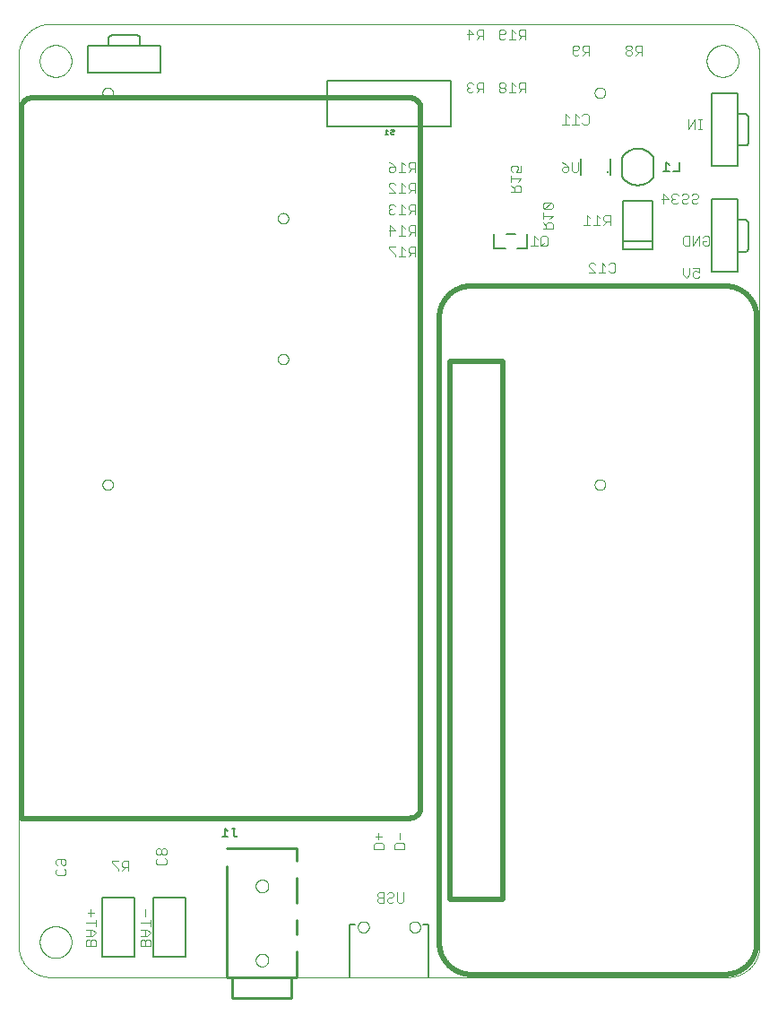
<source format=gbo>
G75*
%MOIN*%
%OFA0B0*%
%FSLAX25Y25*%
%IPPOS*%
%LPD*%
%AMOC8*
5,1,8,0,0,1.08239X$1,22.5*
%
%ADD10C,0.00000*%
%ADD11C,0.01969*%
%ADD12C,0.00300*%
%ADD13C,0.01000*%
%ADD14C,0.00800*%
%ADD15C,0.00500*%
%ADD16C,0.00600*%
%ADD17C,0.00400*%
%ADD18C,0.00787*%
D10*
X0015173Y0009374D02*
X0267142Y0009374D01*
X0267427Y0009377D01*
X0267713Y0009388D01*
X0267998Y0009405D01*
X0268282Y0009429D01*
X0268566Y0009460D01*
X0268849Y0009498D01*
X0269130Y0009543D01*
X0269411Y0009594D01*
X0269691Y0009652D01*
X0269969Y0009717D01*
X0270245Y0009789D01*
X0270519Y0009867D01*
X0270792Y0009952D01*
X0271062Y0010044D01*
X0271330Y0010142D01*
X0271596Y0010246D01*
X0271859Y0010357D01*
X0272119Y0010474D01*
X0272377Y0010597D01*
X0272631Y0010727D01*
X0272882Y0010863D01*
X0273130Y0011004D01*
X0273374Y0011152D01*
X0273615Y0011305D01*
X0273851Y0011465D01*
X0274084Y0011630D01*
X0274313Y0011800D01*
X0274538Y0011976D01*
X0274758Y0012158D01*
X0274974Y0012344D01*
X0275185Y0012536D01*
X0275392Y0012733D01*
X0275594Y0012935D01*
X0275791Y0013142D01*
X0275983Y0013353D01*
X0276169Y0013569D01*
X0276351Y0013789D01*
X0276527Y0014014D01*
X0276697Y0014243D01*
X0276862Y0014476D01*
X0277022Y0014712D01*
X0277175Y0014953D01*
X0277323Y0015197D01*
X0277464Y0015445D01*
X0277600Y0015696D01*
X0277730Y0015950D01*
X0277853Y0016208D01*
X0277970Y0016468D01*
X0278081Y0016731D01*
X0278185Y0016997D01*
X0278283Y0017265D01*
X0278375Y0017535D01*
X0278460Y0017808D01*
X0278538Y0018082D01*
X0278610Y0018358D01*
X0278675Y0018636D01*
X0278733Y0018916D01*
X0278784Y0019197D01*
X0278829Y0019478D01*
X0278867Y0019761D01*
X0278898Y0020045D01*
X0278922Y0020329D01*
X0278939Y0020614D01*
X0278950Y0020900D01*
X0278953Y0021185D01*
X0278953Y0351894D01*
X0278950Y0352179D01*
X0278939Y0352465D01*
X0278922Y0352750D01*
X0278898Y0353034D01*
X0278867Y0353318D01*
X0278829Y0353601D01*
X0278784Y0353882D01*
X0278733Y0354163D01*
X0278675Y0354443D01*
X0278610Y0354721D01*
X0278538Y0354997D01*
X0278460Y0355271D01*
X0278375Y0355544D01*
X0278283Y0355814D01*
X0278185Y0356082D01*
X0278081Y0356348D01*
X0277970Y0356611D01*
X0277853Y0356871D01*
X0277730Y0357129D01*
X0277600Y0357383D01*
X0277464Y0357634D01*
X0277323Y0357882D01*
X0277175Y0358126D01*
X0277022Y0358367D01*
X0276862Y0358603D01*
X0276697Y0358836D01*
X0276527Y0359065D01*
X0276351Y0359290D01*
X0276169Y0359510D01*
X0275983Y0359726D01*
X0275791Y0359937D01*
X0275594Y0360144D01*
X0275392Y0360346D01*
X0275185Y0360543D01*
X0274974Y0360735D01*
X0274758Y0360921D01*
X0274538Y0361103D01*
X0274313Y0361279D01*
X0274084Y0361449D01*
X0273851Y0361614D01*
X0273615Y0361774D01*
X0273374Y0361927D01*
X0273130Y0362075D01*
X0272882Y0362216D01*
X0272631Y0362352D01*
X0272377Y0362482D01*
X0272119Y0362605D01*
X0271859Y0362722D01*
X0271596Y0362833D01*
X0271330Y0362937D01*
X0271062Y0363035D01*
X0270792Y0363127D01*
X0270519Y0363212D01*
X0270245Y0363290D01*
X0269969Y0363362D01*
X0269691Y0363427D01*
X0269411Y0363485D01*
X0269130Y0363536D01*
X0268849Y0363581D01*
X0268566Y0363619D01*
X0268282Y0363650D01*
X0267998Y0363674D01*
X0267713Y0363691D01*
X0267427Y0363702D01*
X0267142Y0363705D01*
X0015173Y0363705D01*
X0014888Y0363702D01*
X0014602Y0363691D01*
X0014317Y0363674D01*
X0014033Y0363650D01*
X0013749Y0363619D01*
X0013466Y0363581D01*
X0013185Y0363536D01*
X0012904Y0363485D01*
X0012624Y0363427D01*
X0012346Y0363362D01*
X0012070Y0363290D01*
X0011796Y0363212D01*
X0011523Y0363127D01*
X0011253Y0363035D01*
X0010985Y0362937D01*
X0010719Y0362833D01*
X0010456Y0362722D01*
X0010196Y0362605D01*
X0009938Y0362482D01*
X0009684Y0362352D01*
X0009433Y0362216D01*
X0009185Y0362075D01*
X0008941Y0361927D01*
X0008700Y0361774D01*
X0008464Y0361614D01*
X0008231Y0361449D01*
X0008002Y0361279D01*
X0007777Y0361103D01*
X0007557Y0360921D01*
X0007341Y0360735D01*
X0007130Y0360543D01*
X0006923Y0360346D01*
X0006721Y0360144D01*
X0006524Y0359937D01*
X0006332Y0359726D01*
X0006146Y0359510D01*
X0005964Y0359290D01*
X0005788Y0359065D01*
X0005618Y0358836D01*
X0005453Y0358603D01*
X0005293Y0358367D01*
X0005140Y0358126D01*
X0004992Y0357882D01*
X0004851Y0357634D01*
X0004715Y0357383D01*
X0004585Y0357129D01*
X0004462Y0356871D01*
X0004345Y0356611D01*
X0004234Y0356348D01*
X0004130Y0356082D01*
X0004032Y0355814D01*
X0003940Y0355544D01*
X0003855Y0355271D01*
X0003777Y0354997D01*
X0003705Y0354721D01*
X0003640Y0354443D01*
X0003582Y0354163D01*
X0003531Y0353882D01*
X0003486Y0353601D01*
X0003448Y0353318D01*
X0003417Y0353034D01*
X0003393Y0352750D01*
X0003376Y0352465D01*
X0003365Y0352179D01*
X0003362Y0351894D01*
X0003362Y0021185D01*
X0003365Y0020900D01*
X0003376Y0020614D01*
X0003393Y0020329D01*
X0003417Y0020045D01*
X0003448Y0019761D01*
X0003486Y0019478D01*
X0003531Y0019197D01*
X0003582Y0018916D01*
X0003640Y0018636D01*
X0003705Y0018358D01*
X0003777Y0018082D01*
X0003855Y0017808D01*
X0003940Y0017535D01*
X0004032Y0017265D01*
X0004130Y0016997D01*
X0004234Y0016731D01*
X0004345Y0016468D01*
X0004462Y0016208D01*
X0004585Y0015950D01*
X0004715Y0015696D01*
X0004851Y0015445D01*
X0004992Y0015197D01*
X0005140Y0014953D01*
X0005293Y0014712D01*
X0005453Y0014476D01*
X0005618Y0014243D01*
X0005788Y0014014D01*
X0005964Y0013789D01*
X0006146Y0013569D01*
X0006332Y0013353D01*
X0006524Y0013142D01*
X0006721Y0012935D01*
X0006923Y0012733D01*
X0007130Y0012536D01*
X0007341Y0012344D01*
X0007557Y0012158D01*
X0007777Y0011976D01*
X0008002Y0011800D01*
X0008231Y0011630D01*
X0008464Y0011465D01*
X0008700Y0011305D01*
X0008941Y0011152D01*
X0009185Y0011004D01*
X0009433Y0010863D01*
X0009684Y0010727D01*
X0009938Y0010597D01*
X0010196Y0010474D01*
X0010456Y0010357D01*
X0010719Y0010246D01*
X0010985Y0010142D01*
X0011253Y0010044D01*
X0011523Y0009952D01*
X0011796Y0009867D01*
X0012070Y0009789D01*
X0012346Y0009717D01*
X0012624Y0009652D01*
X0012904Y0009594D01*
X0013185Y0009543D01*
X0013466Y0009498D01*
X0013749Y0009460D01*
X0014033Y0009429D01*
X0014317Y0009405D01*
X0014602Y0009388D01*
X0014888Y0009377D01*
X0015173Y0009374D01*
X0011236Y0022366D02*
X0011238Y0022519D01*
X0011244Y0022673D01*
X0011254Y0022826D01*
X0011268Y0022978D01*
X0011286Y0023131D01*
X0011308Y0023282D01*
X0011333Y0023433D01*
X0011363Y0023584D01*
X0011397Y0023734D01*
X0011434Y0023882D01*
X0011475Y0024030D01*
X0011520Y0024176D01*
X0011569Y0024322D01*
X0011622Y0024466D01*
X0011678Y0024608D01*
X0011738Y0024749D01*
X0011802Y0024889D01*
X0011869Y0025027D01*
X0011940Y0025163D01*
X0012015Y0025297D01*
X0012092Y0025429D01*
X0012174Y0025559D01*
X0012258Y0025687D01*
X0012346Y0025813D01*
X0012437Y0025936D01*
X0012531Y0026057D01*
X0012629Y0026175D01*
X0012729Y0026291D01*
X0012833Y0026404D01*
X0012939Y0026515D01*
X0013048Y0026623D01*
X0013160Y0026728D01*
X0013274Y0026829D01*
X0013392Y0026928D01*
X0013511Y0027024D01*
X0013633Y0027117D01*
X0013758Y0027206D01*
X0013885Y0027293D01*
X0014014Y0027375D01*
X0014145Y0027455D01*
X0014278Y0027531D01*
X0014413Y0027604D01*
X0014550Y0027673D01*
X0014689Y0027738D01*
X0014829Y0027800D01*
X0014971Y0027858D01*
X0015114Y0027913D01*
X0015259Y0027964D01*
X0015405Y0028011D01*
X0015552Y0028054D01*
X0015700Y0028093D01*
X0015849Y0028129D01*
X0015999Y0028160D01*
X0016150Y0028188D01*
X0016301Y0028212D01*
X0016454Y0028232D01*
X0016606Y0028248D01*
X0016759Y0028260D01*
X0016912Y0028268D01*
X0017065Y0028272D01*
X0017219Y0028272D01*
X0017372Y0028268D01*
X0017525Y0028260D01*
X0017678Y0028248D01*
X0017830Y0028232D01*
X0017983Y0028212D01*
X0018134Y0028188D01*
X0018285Y0028160D01*
X0018435Y0028129D01*
X0018584Y0028093D01*
X0018732Y0028054D01*
X0018879Y0028011D01*
X0019025Y0027964D01*
X0019170Y0027913D01*
X0019313Y0027858D01*
X0019455Y0027800D01*
X0019595Y0027738D01*
X0019734Y0027673D01*
X0019871Y0027604D01*
X0020006Y0027531D01*
X0020139Y0027455D01*
X0020270Y0027375D01*
X0020399Y0027293D01*
X0020526Y0027206D01*
X0020651Y0027117D01*
X0020773Y0027024D01*
X0020892Y0026928D01*
X0021010Y0026829D01*
X0021124Y0026728D01*
X0021236Y0026623D01*
X0021345Y0026515D01*
X0021451Y0026404D01*
X0021555Y0026291D01*
X0021655Y0026175D01*
X0021753Y0026057D01*
X0021847Y0025936D01*
X0021938Y0025813D01*
X0022026Y0025687D01*
X0022110Y0025559D01*
X0022192Y0025429D01*
X0022269Y0025297D01*
X0022344Y0025163D01*
X0022415Y0025027D01*
X0022482Y0024889D01*
X0022546Y0024749D01*
X0022606Y0024608D01*
X0022662Y0024466D01*
X0022715Y0024322D01*
X0022764Y0024176D01*
X0022809Y0024030D01*
X0022850Y0023882D01*
X0022887Y0023734D01*
X0022921Y0023584D01*
X0022951Y0023433D01*
X0022976Y0023282D01*
X0022998Y0023131D01*
X0023016Y0022978D01*
X0023030Y0022826D01*
X0023040Y0022673D01*
X0023046Y0022519D01*
X0023048Y0022366D01*
X0023046Y0022213D01*
X0023040Y0022059D01*
X0023030Y0021906D01*
X0023016Y0021754D01*
X0022998Y0021601D01*
X0022976Y0021450D01*
X0022951Y0021299D01*
X0022921Y0021148D01*
X0022887Y0020998D01*
X0022850Y0020850D01*
X0022809Y0020702D01*
X0022764Y0020556D01*
X0022715Y0020410D01*
X0022662Y0020266D01*
X0022606Y0020124D01*
X0022546Y0019983D01*
X0022482Y0019843D01*
X0022415Y0019705D01*
X0022344Y0019569D01*
X0022269Y0019435D01*
X0022192Y0019303D01*
X0022110Y0019173D01*
X0022026Y0019045D01*
X0021938Y0018919D01*
X0021847Y0018796D01*
X0021753Y0018675D01*
X0021655Y0018557D01*
X0021555Y0018441D01*
X0021451Y0018328D01*
X0021345Y0018217D01*
X0021236Y0018109D01*
X0021124Y0018004D01*
X0021010Y0017903D01*
X0020892Y0017804D01*
X0020773Y0017708D01*
X0020651Y0017615D01*
X0020526Y0017526D01*
X0020399Y0017439D01*
X0020270Y0017357D01*
X0020139Y0017277D01*
X0020006Y0017201D01*
X0019871Y0017128D01*
X0019734Y0017059D01*
X0019595Y0016994D01*
X0019455Y0016932D01*
X0019313Y0016874D01*
X0019170Y0016819D01*
X0019025Y0016768D01*
X0018879Y0016721D01*
X0018732Y0016678D01*
X0018584Y0016639D01*
X0018435Y0016603D01*
X0018285Y0016572D01*
X0018134Y0016544D01*
X0017983Y0016520D01*
X0017830Y0016500D01*
X0017678Y0016484D01*
X0017525Y0016472D01*
X0017372Y0016464D01*
X0017219Y0016460D01*
X0017065Y0016460D01*
X0016912Y0016464D01*
X0016759Y0016472D01*
X0016606Y0016484D01*
X0016454Y0016500D01*
X0016301Y0016520D01*
X0016150Y0016544D01*
X0015999Y0016572D01*
X0015849Y0016603D01*
X0015700Y0016639D01*
X0015552Y0016678D01*
X0015405Y0016721D01*
X0015259Y0016768D01*
X0015114Y0016819D01*
X0014971Y0016874D01*
X0014829Y0016932D01*
X0014689Y0016994D01*
X0014550Y0017059D01*
X0014413Y0017128D01*
X0014278Y0017201D01*
X0014145Y0017277D01*
X0014014Y0017357D01*
X0013885Y0017439D01*
X0013758Y0017526D01*
X0013633Y0017615D01*
X0013511Y0017708D01*
X0013392Y0017804D01*
X0013274Y0017903D01*
X0013160Y0018004D01*
X0013048Y0018109D01*
X0012939Y0018217D01*
X0012833Y0018328D01*
X0012729Y0018441D01*
X0012629Y0018557D01*
X0012531Y0018675D01*
X0012437Y0018796D01*
X0012346Y0018919D01*
X0012258Y0019045D01*
X0012174Y0019173D01*
X0012092Y0019303D01*
X0012015Y0019435D01*
X0011940Y0019569D01*
X0011869Y0019705D01*
X0011802Y0019843D01*
X0011738Y0019983D01*
X0011678Y0020124D01*
X0011622Y0020266D01*
X0011569Y0020410D01*
X0011520Y0020556D01*
X0011475Y0020702D01*
X0011434Y0020850D01*
X0011397Y0020998D01*
X0011363Y0021148D01*
X0011333Y0021299D01*
X0011308Y0021450D01*
X0011286Y0021601D01*
X0011268Y0021754D01*
X0011254Y0021906D01*
X0011244Y0022059D01*
X0011238Y0022213D01*
X0011236Y0022366D01*
X0091551Y0015673D02*
X0091553Y0015770D01*
X0091559Y0015867D01*
X0091569Y0015963D01*
X0091583Y0016059D01*
X0091601Y0016155D01*
X0091622Y0016249D01*
X0091648Y0016343D01*
X0091677Y0016435D01*
X0091711Y0016526D01*
X0091747Y0016616D01*
X0091788Y0016704D01*
X0091832Y0016790D01*
X0091880Y0016875D01*
X0091931Y0016957D01*
X0091985Y0017038D01*
X0092043Y0017116D01*
X0092104Y0017191D01*
X0092167Y0017264D01*
X0092234Y0017335D01*
X0092304Y0017402D01*
X0092376Y0017467D01*
X0092451Y0017528D01*
X0092529Y0017587D01*
X0092608Y0017642D01*
X0092690Y0017694D01*
X0092774Y0017742D01*
X0092860Y0017787D01*
X0092948Y0017829D01*
X0093037Y0017867D01*
X0093128Y0017901D01*
X0093220Y0017931D01*
X0093313Y0017958D01*
X0093408Y0017980D01*
X0093503Y0017999D01*
X0093599Y0018014D01*
X0093695Y0018025D01*
X0093792Y0018032D01*
X0093889Y0018035D01*
X0093986Y0018034D01*
X0094083Y0018029D01*
X0094179Y0018020D01*
X0094275Y0018007D01*
X0094371Y0017990D01*
X0094466Y0017969D01*
X0094559Y0017945D01*
X0094652Y0017916D01*
X0094744Y0017884D01*
X0094834Y0017848D01*
X0094922Y0017809D01*
X0095009Y0017765D01*
X0095094Y0017719D01*
X0095177Y0017668D01*
X0095258Y0017615D01*
X0095336Y0017558D01*
X0095413Y0017498D01*
X0095486Y0017435D01*
X0095557Y0017369D01*
X0095625Y0017300D01*
X0095691Y0017228D01*
X0095753Y0017154D01*
X0095812Y0017077D01*
X0095868Y0016998D01*
X0095921Y0016916D01*
X0095971Y0016833D01*
X0096016Y0016747D01*
X0096059Y0016660D01*
X0096098Y0016571D01*
X0096133Y0016481D01*
X0096164Y0016389D01*
X0096191Y0016296D01*
X0096215Y0016202D01*
X0096235Y0016107D01*
X0096251Y0016011D01*
X0096263Y0015915D01*
X0096271Y0015818D01*
X0096275Y0015721D01*
X0096275Y0015625D01*
X0096271Y0015528D01*
X0096263Y0015431D01*
X0096251Y0015335D01*
X0096235Y0015239D01*
X0096215Y0015144D01*
X0096191Y0015050D01*
X0096164Y0014957D01*
X0096133Y0014865D01*
X0096098Y0014775D01*
X0096059Y0014686D01*
X0096016Y0014599D01*
X0095971Y0014513D01*
X0095921Y0014430D01*
X0095868Y0014348D01*
X0095812Y0014269D01*
X0095753Y0014192D01*
X0095691Y0014118D01*
X0095625Y0014046D01*
X0095557Y0013977D01*
X0095486Y0013911D01*
X0095413Y0013848D01*
X0095336Y0013788D01*
X0095258Y0013731D01*
X0095177Y0013678D01*
X0095094Y0013627D01*
X0095009Y0013581D01*
X0094922Y0013537D01*
X0094834Y0013498D01*
X0094744Y0013462D01*
X0094652Y0013430D01*
X0094559Y0013401D01*
X0094466Y0013377D01*
X0094371Y0013356D01*
X0094275Y0013339D01*
X0094179Y0013326D01*
X0094083Y0013317D01*
X0093986Y0013312D01*
X0093889Y0013311D01*
X0093792Y0013314D01*
X0093695Y0013321D01*
X0093599Y0013332D01*
X0093503Y0013347D01*
X0093408Y0013366D01*
X0093313Y0013388D01*
X0093220Y0013415D01*
X0093128Y0013445D01*
X0093037Y0013479D01*
X0092948Y0013517D01*
X0092860Y0013559D01*
X0092774Y0013604D01*
X0092690Y0013652D01*
X0092608Y0013704D01*
X0092529Y0013759D01*
X0092451Y0013818D01*
X0092376Y0013879D01*
X0092304Y0013944D01*
X0092234Y0014011D01*
X0092167Y0014082D01*
X0092104Y0014155D01*
X0092043Y0014230D01*
X0091985Y0014308D01*
X0091931Y0014389D01*
X0091880Y0014471D01*
X0091832Y0014556D01*
X0091788Y0014642D01*
X0091747Y0014730D01*
X0091711Y0014820D01*
X0091677Y0014911D01*
X0091648Y0015003D01*
X0091622Y0015097D01*
X0091601Y0015191D01*
X0091583Y0015287D01*
X0091569Y0015383D01*
X0091559Y0015479D01*
X0091553Y0015576D01*
X0091551Y0015673D01*
X0091551Y0043232D02*
X0091553Y0043329D01*
X0091559Y0043426D01*
X0091569Y0043522D01*
X0091583Y0043618D01*
X0091601Y0043714D01*
X0091622Y0043808D01*
X0091648Y0043902D01*
X0091677Y0043994D01*
X0091711Y0044085D01*
X0091747Y0044175D01*
X0091788Y0044263D01*
X0091832Y0044349D01*
X0091880Y0044434D01*
X0091931Y0044516D01*
X0091985Y0044597D01*
X0092043Y0044675D01*
X0092104Y0044750D01*
X0092167Y0044823D01*
X0092234Y0044894D01*
X0092304Y0044961D01*
X0092376Y0045026D01*
X0092451Y0045087D01*
X0092529Y0045146D01*
X0092608Y0045201D01*
X0092690Y0045253D01*
X0092774Y0045301D01*
X0092860Y0045346D01*
X0092948Y0045388D01*
X0093037Y0045426D01*
X0093128Y0045460D01*
X0093220Y0045490D01*
X0093313Y0045517D01*
X0093408Y0045539D01*
X0093503Y0045558D01*
X0093599Y0045573D01*
X0093695Y0045584D01*
X0093792Y0045591D01*
X0093889Y0045594D01*
X0093986Y0045593D01*
X0094083Y0045588D01*
X0094179Y0045579D01*
X0094275Y0045566D01*
X0094371Y0045549D01*
X0094466Y0045528D01*
X0094559Y0045504D01*
X0094652Y0045475D01*
X0094744Y0045443D01*
X0094834Y0045407D01*
X0094922Y0045368D01*
X0095009Y0045324D01*
X0095094Y0045278D01*
X0095177Y0045227D01*
X0095258Y0045174D01*
X0095336Y0045117D01*
X0095413Y0045057D01*
X0095486Y0044994D01*
X0095557Y0044928D01*
X0095625Y0044859D01*
X0095691Y0044787D01*
X0095753Y0044713D01*
X0095812Y0044636D01*
X0095868Y0044557D01*
X0095921Y0044475D01*
X0095971Y0044392D01*
X0096016Y0044306D01*
X0096059Y0044219D01*
X0096098Y0044130D01*
X0096133Y0044040D01*
X0096164Y0043948D01*
X0096191Y0043855D01*
X0096215Y0043761D01*
X0096235Y0043666D01*
X0096251Y0043570D01*
X0096263Y0043474D01*
X0096271Y0043377D01*
X0096275Y0043280D01*
X0096275Y0043184D01*
X0096271Y0043087D01*
X0096263Y0042990D01*
X0096251Y0042894D01*
X0096235Y0042798D01*
X0096215Y0042703D01*
X0096191Y0042609D01*
X0096164Y0042516D01*
X0096133Y0042424D01*
X0096098Y0042334D01*
X0096059Y0042245D01*
X0096016Y0042158D01*
X0095971Y0042072D01*
X0095921Y0041989D01*
X0095868Y0041907D01*
X0095812Y0041828D01*
X0095753Y0041751D01*
X0095691Y0041677D01*
X0095625Y0041605D01*
X0095557Y0041536D01*
X0095486Y0041470D01*
X0095413Y0041407D01*
X0095336Y0041347D01*
X0095258Y0041290D01*
X0095177Y0041237D01*
X0095094Y0041186D01*
X0095009Y0041140D01*
X0094922Y0041096D01*
X0094834Y0041057D01*
X0094744Y0041021D01*
X0094652Y0040989D01*
X0094559Y0040960D01*
X0094466Y0040936D01*
X0094371Y0040915D01*
X0094275Y0040898D01*
X0094179Y0040885D01*
X0094083Y0040876D01*
X0093986Y0040871D01*
X0093889Y0040870D01*
X0093792Y0040873D01*
X0093695Y0040880D01*
X0093599Y0040891D01*
X0093503Y0040906D01*
X0093408Y0040925D01*
X0093313Y0040947D01*
X0093220Y0040974D01*
X0093128Y0041004D01*
X0093037Y0041038D01*
X0092948Y0041076D01*
X0092860Y0041118D01*
X0092774Y0041163D01*
X0092690Y0041211D01*
X0092608Y0041263D01*
X0092529Y0041318D01*
X0092451Y0041377D01*
X0092376Y0041438D01*
X0092304Y0041503D01*
X0092234Y0041570D01*
X0092167Y0041641D01*
X0092104Y0041714D01*
X0092043Y0041789D01*
X0091985Y0041867D01*
X0091931Y0041948D01*
X0091880Y0042030D01*
X0091832Y0042115D01*
X0091788Y0042201D01*
X0091747Y0042289D01*
X0091711Y0042379D01*
X0091677Y0042470D01*
X0091648Y0042562D01*
X0091622Y0042656D01*
X0091601Y0042750D01*
X0091583Y0042846D01*
X0091569Y0042942D01*
X0091559Y0043038D01*
X0091553Y0043135D01*
X0091551Y0043232D01*
X0129543Y0027996D02*
X0129545Y0028087D01*
X0129551Y0028177D01*
X0129561Y0028268D01*
X0129575Y0028357D01*
X0129593Y0028446D01*
X0129614Y0028535D01*
X0129640Y0028622D01*
X0129669Y0028708D01*
X0129703Y0028792D01*
X0129739Y0028875D01*
X0129780Y0028957D01*
X0129824Y0029036D01*
X0129871Y0029114D01*
X0129922Y0029189D01*
X0129976Y0029262D01*
X0130033Y0029332D01*
X0130093Y0029400D01*
X0130156Y0029466D01*
X0130222Y0029528D01*
X0130291Y0029587D01*
X0130362Y0029644D01*
X0130436Y0029697D01*
X0130512Y0029747D01*
X0130590Y0029794D01*
X0130670Y0029837D01*
X0130751Y0029876D01*
X0130835Y0029912D01*
X0130920Y0029944D01*
X0131006Y0029973D01*
X0131093Y0029997D01*
X0131182Y0030018D01*
X0131271Y0030035D01*
X0131361Y0030048D01*
X0131451Y0030057D01*
X0131542Y0030062D01*
X0131633Y0030063D01*
X0131723Y0030060D01*
X0131814Y0030053D01*
X0131904Y0030042D01*
X0131994Y0030027D01*
X0132083Y0030008D01*
X0132171Y0029986D01*
X0132257Y0029959D01*
X0132343Y0029929D01*
X0132427Y0029895D01*
X0132510Y0029857D01*
X0132591Y0029816D01*
X0132670Y0029771D01*
X0132747Y0029722D01*
X0132821Y0029671D01*
X0132894Y0029616D01*
X0132964Y0029558D01*
X0133031Y0029497D01*
X0133095Y0029433D01*
X0133157Y0029367D01*
X0133216Y0029297D01*
X0133271Y0029226D01*
X0133324Y0029151D01*
X0133373Y0029075D01*
X0133419Y0028997D01*
X0133461Y0028916D01*
X0133500Y0028834D01*
X0133535Y0028750D01*
X0133566Y0028665D01*
X0133593Y0028578D01*
X0133617Y0028491D01*
X0133637Y0028402D01*
X0133653Y0028313D01*
X0133665Y0028223D01*
X0133673Y0028132D01*
X0133677Y0028041D01*
X0133677Y0027951D01*
X0133673Y0027860D01*
X0133665Y0027769D01*
X0133653Y0027679D01*
X0133637Y0027590D01*
X0133617Y0027501D01*
X0133593Y0027414D01*
X0133566Y0027327D01*
X0133535Y0027242D01*
X0133500Y0027158D01*
X0133461Y0027076D01*
X0133419Y0026995D01*
X0133373Y0026917D01*
X0133324Y0026841D01*
X0133271Y0026766D01*
X0133216Y0026695D01*
X0133157Y0026625D01*
X0133095Y0026559D01*
X0133031Y0026495D01*
X0132964Y0026434D01*
X0132894Y0026376D01*
X0132821Y0026321D01*
X0132747Y0026270D01*
X0132670Y0026221D01*
X0132591Y0026176D01*
X0132510Y0026135D01*
X0132427Y0026097D01*
X0132343Y0026063D01*
X0132257Y0026033D01*
X0132171Y0026006D01*
X0132083Y0025984D01*
X0131994Y0025965D01*
X0131904Y0025950D01*
X0131814Y0025939D01*
X0131723Y0025932D01*
X0131633Y0025929D01*
X0131542Y0025930D01*
X0131451Y0025935D01*
X0131361Y0025944D01*
X0131271Y0025957D01*
X0131182Y0025974D01*
X0131093Y0025995D01*
X0131006Y0026019D01*
X0130920Y0026048D01*
X0130835Y0026080D01*
X0130751Y0026116D01*
X0130670Y0026155D01*
X0130590Y0026198D01*
X0130512Y0026245D01*
X0130436Y0026295D01*
X0130362Y0026348D01*
X0130291Y0026405D01*
X0130222Y0026464D01*
X0130156Y0026526D01*
X0130093Y0026592D01*
X0130033Y0026660D01*
X0129976Y0026730D01*
X0129922Y0026803D01*
X0129871Y0026878D01*
X0129824Y0026956D01*
X0129780Y0027035D01*
X0129739Y0027117D01*
X0129703Y0027200D01*
X0129669Y0027284D01*
X0129640Y0027370D01*
X0129614Y0027457D01*
X0129593Y0027546D01*
X0129575Y0027635D01*
X0129561Y0027724D01*
X0129551Y0027815D01*
X0129545Y0027905D01*
X0129543Y0027996D01*
X0148638Y0027996D02*
X0148640Y0028087D01*
X0148646Y0028177D01*
X0148656Y0028268D01*
X0148670Y0028357D01*
X0148688Y0028446D01*
X0148709Y0028535D01*
X0148735Y0028622D01*
X0148764Y0028708D01*
X0148798Y0028792D01*
X0148834Y0028875D01*
X0148875Y0028957D01*
X0148919Y0029036D01*
X0148966Y0029114D01*
X0149017Y0029189D01*
X0149071Y0029262D01*
X0149128Y0029332D01*
X0149188Y0029400D01*
X0149251Y0029466D01*
X0149317Y0029528D01*
X0149386Y0029587D01*
X0149457Y0029644D01*
X0149531Y0029697D01*
X0149607Y0029747D01*
X0149685Y0029794D01*
X0149765Y0029837D01*
X0149846Y0029876D01*
X0149930Y0029912D01*
X0150015Y0029944D01*
X0150101Y0029973D01*
X0150188Y0029997D01*
X0150277Y0030018D01*
X0150366Y0030035D01*
X0150456Y0030048D01*
X0150546Y0030057D01*
X0150637Y0030062D01*
X0150728Y0030063D01*
X0150818Y0030060D01*
X0150909Y0030053D01*
X0150999Y0030042D01*
X0151089Y0030027D01*
X0151178Y0030008D01*
X0151266Y0029986D01*
X0151352Y0029959D01*
X0151438Y0029929D01*
X0151522Y0029895D01*
X0151605Y0029857D01*
X0151686Y0029816D01*
X0151765Y0029771D01*
X0151842Y0029722D01*
X0151916Y0029671D01*
X0151989Y0029616D01*
X0152059Y0029558D01*
X0152126Y0029497D01*
X0152190Y0029433D01*
X0152252Y0029367D01*
X0152311Y0029297D01*
X0152366Y0029226D01*
X0152419Y0029151D01*
X0152468Y0029075D01*
X0152514Y0028997D01*
X0152556Y0028916D01*
X0152595Y0028834D01*
X0152630Y0028750D01*
X0152661Y0028665D01*
X0152688Y0028578D01*
X0152712Y0028491D01*
X0152732Y0028402D01*
X0152748Y0028313D01*
X0152760Y0028223D01*
X0152768Y0028132D01*
X0152772Y0028041D01*
X0152772Y0027951D01*
X0152768Y0027860D01*
X0152760Y0027769D01*
X0152748Y0027679D01*
X0152732Y0027590D01*
X0152712Y0027501D01*
X0152688Y0027414D01*
X0152661Y0027327D01*
X0152630Y0027242D01*
X0152595Y0027158D01*
X0152556Y0027076D01*
X0152514Y0026995D01*
X0152468Y0026917D01*
X0152419Y0026841D01*
X0152366Y0026766D01*
X0152311Y0026695D01*
X0152252Y0026625D01*
X0152190Y0026559D01*
X0152126Y0026495D01*
X0152059Y0026434D01*
X0151989Y0026376D01*
X0151916Y0026321D01*
X0151842Y0026270D01*
X0151765Y0026221D01*
X0151686Y0026176D01*
X0151605Y0026135D01*
X0151522Y0026097D01*
X0151438Y0026063D01*
X0151352Y0026033D01*
X0151266Y0026006D01*
X0151178Y0025984D01*
X0151089Y0025965D01*
X0150999Y0025950D01*
X0150909Y0025939D01*
X0150818Y0025932D01*
X0150728Y0025929D01*
X0150637Y0025930D01*
X0150546Y0025935D01*
X0150456Y0025944D01*
X0150366Y0025957D01*
X0150277Y0025974D01*
X0150188Y0025995D01*
X0150101Y0026019D01*
X0150015Y0026048D01*
X0149930Y0026080D01*
X0149846Y0026116D01*
X0149765Y0026155D01*
X0149685Y0026198D01*
X0149607Y0026245D01*
X0149531Y0026295D01*
X0149457Y0026348D01*
X0149386Y0026405D01*
X0149317Y0026464D01*
X0149251Y0026526D01*
X0149188Y0026592D01*
X0149128Y0026660D01*
X0149071Y0026730D01*
X0149017Y0026803D01*
X0148966Y0026878D01*
X0148919Y0026956D01*
X0148875Y0027035D01*
X0148834Y0027117D01*
X0148798Y0027200D01*
X0148764Y0027284D01*
X0148735Y0027370D01*
X0148709Y0027457D01*
X0148688Y0027546D01*
X0148670Y0027635D01*
X0148656Y0027724D01*
X0148646Y0027815D01*
X0148640Y0027905D01*
X0148638Y0027996D01*
X0217614Y0192445D02*
X0217616Y0192533D01*
X0217622Y0192621D01*
X0217632Y0192709D01*
X0217646Y0192797D01*
X0217663Y0192883D01*
X0217685Y0192969D01*
X0217710Y0193053D01*
X0217740Y0193137D01*
X0217772Y0193219D01*
X0217809Y0193299D01*
X0217849Y0193378D01*
X0217893Y0193455D01*
X0217940Y0193530D01*
X0217990Y0193602D01*
X0218044Y0193673D01*
X0218100Y0193740D01*
X0218160Y0193806D01*
X0218222Y0193868D01*
X0218288Y0193928D01*
X0218355Y0193984D01*
X0218426Y0194038D01*
X0218498Y0194088D01*
X0218573Y0194135D01*
X0218650Y0194179D01*
X0218729Y0194219D01*
X0218809Y0194256D01*
X0218891Y0194288D01*
X0218975Y0194318D01*
X0219059Y0194343D01*
X0219145Y0194365D01*
X0219231Y0194382D01*
X0219319Y0194396D01*
X0219407Y0194406D01*
X0219495Y0194412D01*
X0219583Y0194414D01*
X0219671Y0194412D01*
X0219759Y0194406D01*
X0219847Y0194396D01*
X0219935Y0194382D01*
X0220021Y0194365D01*
X0220107Y0194343D01*
X0220191Y0194318D01*
X0220275Y0194288D01*
X0220357Y0194256D01*
X0220437Y0194219D01*
X0220516Y0194179D01*
X0220593Y0194135D01*
X0220668Y0194088D01*
X0220740Y0194038D01*
X0220811Y0193984D01*
X0220878Y0193928D01*
X0220944Y0193868D01*
X0221006Y0193806D01*
X0221066Y0193740D01*
X0221122Y0193673D01*
X0221176Y0193602D01*
X0221226Y0193530D01*
X0221273Y0193455D01*
X0221317Y0193378D01*
X0221357Y0193299D01*
X0221394Y0193219D01*
X0221426Y0193137D01*
X0221456Y0193053D01*
X0221481Y0192969D01*
X0221503Y0192883D01*
X0221520Y0192797D01*
X0221534Y0192709D01*
X0221544Y0192621D01*
X0221550Y0192533D01*
X0221552Y0192445D01*
X0221550Y0192357D01*
X0221544Y0192269D01*
X0221534Y0192181D01*
X0221520Y0192093D01*
X0221503Y0192007D01*
X0221481Y0191921D01*
X0221456Y0191837D01*
X0221426Y0191753D01*
X0221394Y0191671D01*
X0221357Y0191591D01*
X0221317Y0191512D01*
X0221273Y0191435D01*
X0221226Y0191360D01*
X0221176Y0191288D01*
X0221122Y0191217D01*
X0221066Y0191150D01*
X0221006Y0191084D01*
X0220944Y0191022D01*
X0220878Y0190962D01*
X0220811Y0190906D01*
X0220740Y0190852D01*
X0220668Y0190802D01*
X0220593Y0190755D01*
X0220516Y0190711D01*
X0220437Y0190671D01*
X0220357Y0190634D01*
X0220275Y0190602D01*
X0220191Y0190572D01*
X0220107Y0190547D01*
X0220021Y0190525D01*
X0219935Y0190508D01*
X0219847Y0190494D01*
X0219759Y0190484D01*
X0219671Y0190478D01*
X0219583Y0190476D01*
X0219495Y0190478D01*
X0219407Y0190484D01*
X0219319Y0190494D01*
X0219231Y0190508D01*
X0219145Y0190525D01*
X0219059Y0190547D01*
X0218975Y0190572D01*
X0218891Y0190602D01*
X0218809Y0190634D01*
X0218729Y0190671D01*
X0218650Y0190711D01*
X0218573Y0190755D01*
X0218498Y0190802D01*
X0218426Y0190852D01*
X0218355Y0190906D01*
X0218288Y0190962D01*
X0218222Y0191022D01*
X0218160Y0191084D01*
X0218100Y0191150D01*
X0218044Y0191217D01*
X0217990Y0191288D01*
X0217940Y0191360D01*
X0217893Y0191435D01*
X0217849Y0191512D01*
X0217809Y0191591D01*
X0217772Y0191671D01*
X0217740Y0191753D01*
X0217710Y0191837D01*
X0217685Y0191921D01*
X0217663Y0192007D01*
X0217646Y0192093D01*
X0217632Y0192181D01*
X0217622Y0192269D01*
X0217616Y0192357D01*
X0217614Y0192445D01*
X0217614Y0338114D02*
X0217616Y0338202D01*
X0217622Y0338290D01*
X0217632Y0338378D01*
X0217646Y0338466D01*
X0217663Y0338552D01*
X0217685Y0338638D01*
X0217710Y0338722D01*
X0217740Y0338806D01*
X0217772Y0338888D01*
X0217809Y0338968D01*
X0217849Y0339047D01*
X0217893Y0339124D01*
X0217940Y0339199D01*
X0217990Y0339271D01*
X0218044Y0339342D01*
X0218100Y0339409D01*
X0218160Y0339475D01*
X0218222Y0339537D01*
X0218288Y0339597D01*
X0218355Y0339653D01*
X0218426Y0339707D01*
X0218498Y0339757D01*
X0218573Y0339804D01*
X0218650Y0339848D01*
X0218729Y0339888D01*
X0218809Y0339925D01*
X0218891Y0339957D01*
X0218975Y0339987D01*
X0219059Y0340012D01*
X0219145Y0340034D01*
X0219231Y0340051D01*
X0219319Y0340065D01*
X0219407Y0340075D01*
X0219495Y0340081D01*
X0219583Y0340083D01*
X0219671Y0340081D01*
X0219759Y0340075D01*
X0219847Y0340065D01*
X0219935Y0340051D01*
X0220021Y0340034D01*
X0220107Y0340012D01*
X0220191Y0339987D01*
X0220275Y0339957D01*
X0220357Y0339925D01*
X0220437Y0339888D01*
X0220516Y0339848D01*
X0220593Y0339804D01*
X0220668Y0339757D01*
X0220740Y0339707D01*
X0220811Y0339653D01*
X0220878Y0339597D01*
X0220944Y0339537D01*
X0221006Y0339475D01*
X0221066Y0339409D01*
X0221122Y0339342D01*
X0221176Y0339271D01*
X0221226Y0339199D01*
X0221273Y0339124D01*
X0221317Y0339047D01*
X0221357Y0338968D01*
X0221394Y0338888D01*
X0221426Y0338806D01*
X0221456Y0338722D01*
X0221481Y0338638D01*
X0221503Y0338552D01*
X0221520Y0338466D01*
X0221534Y0338378D01*
X0221544Y0338290D01*
X0221550Y0338202D01*
X0221552Y0338114D01*
X0221550Y0338026D01*
X0221544Y0337938D01*
X0221534Y0337850D01*
X0221520Y0337762D01*
X0221503Y0337676D01*
X0221481Y0337590D01*
X0221456Y0337506D01*
X0221426Y0337422D01*
X0221394Y0337340D01*
X0221357Y0337260D01*
X0221317Y0337181D01*
X0221273Y0337104D01*
X0221226Y0337029D01*
X0221176Y0336957D01*
X0221122Y0336886D01*
X0221066Y0336819D01*
X0221006Y0336753D01*
X0220944Y0336691D01*
X0220878Y0336631D01*
X0220811Y0336575D01*
X0220740Y0336521D01*
X0220668Y0336471D01*
X0220593Y0336424D01*
X0220516Y0336380D01*
X0220437Y0336340D01*
X0220357Y0336303D01*
X0220275Y0336271D01*
X0220191Y0336241D01*
X0220107Y0336216D01*
X0220021Y0336194D01*
X0219935Y0336177D01*
X0219847Y0336163D01*
X0219759Y0336153D01*
X0219671Y0336147D01*
X0219583Y0336145D01*
X0219495Y0336147D01*
X0219407Y0336153D01*
X0219319Y0336163D01*
X0219231Y0336177D01*
X0219145Y0336194D01*
X0219059Y0336216D01*
X0218975Y0336241D01*
X0218891Y0336271D01*
X0218809Y0336303D01*
X0218729Y0336340D01*
X0218650Y0336380D01*
X0218573Y0336424D01*
X0218498Y0336471D01*
X0218426Y0336521D01*
X0218355Y0336575D01*
X0218288Y0336631D01*
X0218222Y0336691D01*
X0218160Y0336753D01*
X0218100Y0336819D01*
X0218044Y0336886D01*
X0217990Y0336957D01*
X0217940Y0337029D01*
X0217893Y0337104D01*
X0217849Y0337181D01*
X0217809Y0337260D01*
X0217772Y0337340D01*
X0217740Y0337422D01*
X0217710Y0337506D01*
X0217685Y0337590D01*
X0217663Y0337676D01*
X0217646Y0337762D01*
X0217632Y0337850D01*
X0217622Y0337938D01*
X0217616Y0338026D01*
X0217614Y0338114D01*
X0259267Y0349925D02*
X0259269Y0350078D01*
X0259275Y0350232D01*
X0259285Y0350385D01*
X0259299Y0350537D01*
X0259317Y0350690D01*
X0259339Y0350841D01*
X0259364Y0350992D01*
X0259394Y0351143D01*
X0259428Y0351293D01*
X0259465Y0351441D01*
X0259506Y0351589D01*
X0259551Y0351735D01*
X0259600Y0351881D01*
X0259653Y0352025D01*
X0259709Y0352167D01*
X0259769Y0352308D01*
X0259833Y0352448D01*
X0259900Y0352586D01*
X0259971Y0352722D01*
X0260046Y0352856D01*
X0260123Y0352988D01*
X0260205Y0353118D01*
X0260289Y0353246D01*
X0260377Y0353372D01*
X0260468Y0353495D01*
X0260562Y0353616D01*
X0260660Y0353734D01*
X0260760Y0353850D01*
X0260864Y0353963D01*
X0260970Y0354074D01*
X0261079Y0354182D01*
X0261191Y0354287D01*
X0261305Y0354388D01*
X0261423Y0354487D01*
X0261542Y0354583D01*
X0261664Y0354676D01*
X0261789Y0354765D01*
X0261916Y0354852D01*
X0262045Y0354934D01*
X0262176Y0355014D01*
X0262309Y0355090D01*
X0262444Y0355163D01*
X0262581Y0355232D01*
X0262720Y0355297D01*
X0262860Y0355359D01*
X0263002Y0355417D01*
X0263145Y0355472D01*
X0263290Y0355523D01*
X0263436Y0355570D01*
X0263583Y0355613D01*
X0263731Y0355652D01*
X0263880Y0355688D01*
X0264030Y0355719D01*
X0264181Y0355747D01*
X0264332Y0355771D01*
X0264485Y0355791D01*
X0264637Y0355807D01*
X0264790Y0355819D01*
X0264943Y0355827D01*
X0265096Y0355831D01*
X0265250Y0355831D01*
X0265403Y0355827D01*
X0265556Y0355819D01*
X0265709Y0355807D01*
X0265861Y0355791D01*
X0266014Y0355771D01*
X0266165Y0355747D01*
X0266316Y0355719D01*
X0266466Y0355688D01*
X0266615Y0355652D01*
X0266763Y0355613D01*
X0266910Y0355570D01*
X0267056Y0355523D01*
X0267201Y0355472D01*
X0267344Y0355417D01*
X0267486Y0355359D01*
X0267626Y0355297D01*
X0267765Y0355232D01*
X0267902Y0355163D01*
X0268037Y0355090D01*
X0268170Y0355014D01*
X0268301Y0354934D01*
X0268430Y0354852D01*
X0268557Y0354765D01*
X0268682Y0354676D01*
X0268804Y0354583D01*
X0268923Y0354487D01*
X0269041Y0354388D01*
X0269155Y0354287D01*
X0269267Y0354182D01*
X0269376Y0354074D01*
X0269482Y0353963D01*
X0269586Y0353850D01*
X0269686Y0353734D01*
X0269784Y0353616D01*
X0269878Y0353495D01*
X0269969Y0353372D01*
X0270057Y0353246D01*
X0270141Y0353118D01*
X0270223Y0352988D01*
X0270300Y0352856D01*
X0270375Y0352722D01*
X0270446Y0352586D01*
X0270513Y0352448D01*
X0270577Y0352308D01*
X0270637Y0352167D01*
X0270693Y0352025D01*
X0270746Y0351881D01*
X0270795Y0351735D01*
X0270840Y0351589D01*
X0270881Y0351441D01*
X0270918Y0351293D01*
X0270952Y0351143D01*
X0270982Y0350992D01*
X0271007Y0350841D01*
X0271029Y0350690D01*
X0271047Y0350537D01*
X0271061Y0350385D01*
X0271071Y0350232D01*
X0271077Y0350078D01*
X0271079Y0349925D01*
X0271077Y0349772D01*
X0271071Y0349618D01*
X0271061Y0349465D01*
X0271047Y0349313D01*
X0271029Y0349160D01*
X0271007Y0349009D01*
X0270982Y0348858D01*
X0270952Y0348707D01*
X0270918Y0348557D01*
X0270881Y0348409D01*
X0270840Y0348261D01*
X0270795Y0348115D01*
X0270746Y0347969D01*
X0270693Y0347825D01*
X0270637Y0347683D01*
X0270577Y0347542D01*
X0270513Y0347402D01*
X0270446Y0347264D01*
X0270375Y0347128D01*
X0270300Y0346994D01*
X0270223Y0346862D01*
X0270141Y0346732D01*
X0270057Y0346604D01*
X0269969Y0346478D01*
X0269878Y0346355D01*
X0269784Y0346234D01*
X0269686Y0346116D01*
X0269586Y0346000D01*
X0269482Y0345887D01*
X0269376Y0345776D01*
X0269267Y0345668D01*
X0269155Y0345563D01*
X0269041Y0345462D01*
X0268923Y0345363D01*
X0268804Y0345267D01*
X0268682Y0345174D01*
X0268557Y0345085D01*
X0268430Y0344998D01*
X0268301Y0344916D01*
X0268170Y0344836D01*
X0268037Y0344760D01*
X0267902Y0344687D01*
X0267765Y0344618D01*
X0267626Y0344553D01*
X0267486Y0344491D01*
X0267344Y0344433D01*
X0267201Y0344378D01*
X0267056Y0344327D01*
X0266910Y0344280D01*
X0266763Y0344237D01*
X0266615Y0344198D01*
X0266466Y0344162D01*
X0266316Y0344131D01*
X0266165Y0344103D01*
X0266014Y0344079D01*
X0265861Y0344059D01*
X0265709Y0344043D01*
X0265556Y0344031D01*
X0265403Y0344023D01*
X0265250Y0344019D01*
X0265096Y0344019D01*
X0264943Y0344023D01*
X0264790Y0344031D01*
X0264637Y0344043D01*
X0264485Y0344059D01*
X0264332Y0344079D01*
X0264181Y0344103D01*
X0264030Y0344131D01*
X0263880Y0344162D01*
X0263731Y0344198D01*
X0263583Y0344237D01*
X0263436Y0344280D01*
X0263290Y0344327D01*
X0263145Y0344378D01*
X0263002Y0344433D01*
X0262860Y0344491D01*
X0262720Y0344553D01*
X0262581Y0344618D01*
X0262444Y0344687D01*
X0262309Y0344760D01*
X0262176Y0344836D01*
X0262045Y0344916D01*
X0261916Y0344998D01*
X0261789Y0345085D01*
X0261664Y0345174D01*
X0261542Y0345267D01*
X0261423Y0345363D01*
X0261305Y0345462D01*
X0261191Y0345563D01*
X0261079Y0345668D01*
X0260970Y0345776D01*
X0260864Y0345887D01*
X0260760Y0346000D01*
X0260660Y0346116D01*
X0260562Y0346234D01*
X0260468Y0346355D01*
X0260377Y0346478D01*
X0260289Y0346604D01*
X0260205Y0346732D01*
X0260123Y0346862D01*
X0260046Y0346994D01*
X0259971Y0347128D01*
X0259900Y0347264D01*
X0259833Y0347402D01*
X0259769Y0347542D01*
X0259709Y0347683D01*
X0259653Y0347825D01*
X0259600Y0347969D01*
X0259551Y0348115D01*
X0259506Y0348261D01*
X0259465Y0348409D01*
X0259428Y0348557D01*
X0259394Y0348707D01*
X0259364Y0348858D01*
X0259339Y0349009D01*
X0259317Y0349160D01*
X0259299Y0349313D01*
X0259285Y0349465D01*
X0259275Y0349618D01*
X0259269Y0349772D01*
X0259267Y0349925D01*
X0099779Y0291461D02*
X0099781Y0291549D01*
X0099787Y0291637D01*
X0099797Y0291725D01*
X0099811Y0291813D01*
X0099828Y0291899D01*
X0099850Y0291985D01*
X0099875Y0292069D01*
X0099905Y0292153D01*
X0099937Y0292235D01*
X0099974Y0292315D01*
X0100014Y0292394D01*
X0100058Y0292471D01*
X0100105Y0292546D01*
X0100155Y0292618D01*
X0100209Y0292689D01*
X0100265Y0292756D01*
X0100325Y0292822D01*
X0100387Y0292884D01*
X0100453Y0292944D01*
X0100520Y0293000D01*
X0100591Y0293054D01*
X0100663Y0293104D01*
X0100738Y0293151D01*
X0100815Y0293195D01*
X0100894Y0293235D01*
X0100974Y0293272D01*
X0101056Y0293304D01*
X0101140Y0293334D01*
X0101224Y0293359D01*
X0101310Y0293381D01*
X0101396Y0293398D01*
X0101484Y0293412D01*
X0101572Y0293422D01*
X0101660Y0293428D01*
X0101748Y0293430D01*
X0101836Y0293428D01*
X0101924Y0293422D01*
X0102012Y0293412D01*
X0102100Y0293398D01*
X0102186Y0293381D01*
X0102272Y0293359D01*
X0102356Y0293334D01*
X0102440Y0293304D01*
X0102522Y0293272D01*
X0102602Y0293235D01*
X0102681Y0293195D01*
X0102758Y0293151D01*
X0102833Y0293104D01*
X0102905Y0293054D01*
X0102976Y0293000D01*
X0103043Y0292944D01*
X0103109Y0292884D01*
X0103171Y0292822D01*
X0103231Y0292756D01*
X0103287Y0292689D01*
X0103341Y0292618D01*
X0103391Y0292546D01*
X0103438Y0292471D01*
X0103482Y0292394D01*
X0103522Y0292315D01*
X0103559Y0292235D01*
X0103591Y0292153D01*
X0103621Y0292069D01*
X0103646Y0291985D01*
X0103668Y0291899D01*
X0103685Y0291813D01*
X0103699Y0291725D01*
X0103709Y0291637D01*
X0103715Y0291549D01*
X0103717Y0291461D01*
X0103715Y0291373D01*
X0103709Y0291285D01*
X0103699Y0291197D01*
X0103685Y0291109D01*
X0103668Y0291023D01*
X0103646Y0290937D01*
X0103621Y0290853D01*
X0103591Y0290769D01*
X0103559Y0290687D01*
X0103522Y0290607D01*
X0103482Y0290528D01*
X0103438Y0290451D01*
X0103391Y0290376D01*
X0103341Y0290304D01*
X0103287Y0290233D01*
X0103231Y0290166D01*
X0103171Y0290100D01*
X0103109Y0290038D01*
X0103043Y0289978D01*
X0102976Y0289922D01*
X0102905Y0289868D01*
X0102833Y0289818D01*
X0102758Y0289771D01*
X0102681Y0289727D01*
X0102602Y0289687D01*
X0102522Y0289650D01*
X0102440Y0289618D01*
X0102356Y0289588D01*
X0102272Y0289563D01*
X0102186Y0289541D01*
X0102100Y0289524D01*
X0102012Y0289510D01*
X0101924Y0289500D01*
X0101836Y0289494D01*
X0101748Y0289492D01*
X0101660Y0289494D01*
X0101572Y0289500D01*
X0101484Y0289510D01*
X0101396Y0289524D01*
X0101310Y0289541D01*
X0101224Y0289563D01*
X0101140Y0289588D01*
X0101056Y0289618D01*
X0100974Y0289650D01*
X0100894Y0289687D01*
X0100815Y0289727D01*
X0100738Y0289771D01*
X0100663Y0289818D01*
X0100591Y0289868D01*
X0100520Y0289922D01*
X0100453Y0289978D01*
X0100387Y0290038D01*
X0100325Y0290100D01*
X0100265Y0290166D01*
X0100209Y0290233D01*
X0100155Y0290304D01*
X0100105Y0290376D01*
X0100058Y0290451D01*
X0100014Y0290528D01*
X0099974Y0290607D01*
X0099937Y0290687D01*
X0099905Y0290769D01*
X0099875Y0290853D01*
X0099850Y0290937D01*
X0099828Y0291023D01*
X0099811Y0291109D01*
X0099797Y0291197D01*
X0099787Y0291285D01*
X0099781Y0291373D01*
X0099779Y0291461D01*
X0099779Y0239098D02*
X0099781Y0239186D01*
X0099787Y0239274D01*
X0099797Y0239362D01*
X0099811Y0239450D01*
X0099828Y0239536D01*
X0099850Y0239622D01*
X0099875Y0239706D01*
X0099905Y0239790D01*
X0099937Y0239872D01*
X0099974Y0239952D01*
X0100014Y0240031D01*
X0100058Y0240108D01*
X0100105Y0240183D01*
X0100155Y0240255D01*
X0100209Y0240326D01*
X0100265Y0240393D01*
X0100325Y0240459D01*
X0100387Y0240521D01*
X0100453Y0240581D01*
X0100520Y0240637D01*
X0100591Y0240691D01*
X0100663Y0240741D01*
X0100738Y0240788D01*
X0100815Y0240832D01*
X0100894Y0240872D01*
X0100974Y0240909D01*
X0101056Y0240941D01*
X0101140Y0240971D01*
X0101224Y0240996D01*
X0101310Y0241018D01*
X0101396Y0241035D01*
X0101484Y0241049D01*
X0101572Y0241059D01*
X0101660Y0241065D01*
X0101748Y0241067D01*
X0101836Y0241065D01*
X0101924Y0241059D01*
X0102012Y0241049D01*
X0102100Y0241035D01*
X0102186Y0241018D01*
X0102272Y0240996D01*
X0102356Y0240971D01*
X0102440Y0240941D01*
X0102522Y0240909D01*
X0102602Y0240872D01*
X0102681Y0240832D01*
X0102758Y0240788D01*
X0102833Y0240741D01*
X0102905Y0240691D01*
X0102976Y0240637D01*
X0103043Y0240581D01*
X0103109Y0240521D01*
X0103171Y0240459D01*
X0103231Y0240393D01*
X0103287Y0240326D01*
X0103341Y0240255D01*
X0103391Y0240183D01*
X0103438Y0240108D01*
X0103482Y0240031D01*
X0103522Y0239952D01*
X0103559Y0239872D01*
X0103591Y0239790D01*
X0103621Y0239706D01*
X0103646Y0239622D01*
X0103668Y0239536D01*
X0103685Y0239450D01*
X0103699Y0239362D01*
X0103709Y0239274D01*
X0103715Y0239186D01*
X0103717Y0239098D01*
X0103715Y0239010D01*
X0103709Y0238922D01*
X0103699Y0238834D01*
X0103685Y0238746D01*
X0103668Y0238660D01*
X0103646Y0238574D01*
X0103621Y0238490D01*
X0103591Y0238406D01*
X0103559Y0238324D01*
X0103522Y0238244D01*
X0103482Y0238165D01*
X0103438Y0238088D01*
X0103391Y0238013D01*
X0103341Y0237941D01*
X0103287Y0237870D01*
X0103231Y0237803D01*
X0103171Y0237737D01*
X0103109Y0237675D01*
X0103043Y0237615D01*
X0102976Y0237559D01*
X0102905Y0237505D01*
X0102833Y0237455D01*
X0102758Y0237408D01*
X0102681Y0237364D01*
X0102602Y0237324D01*
X0102522Y0237287D01*
X0102440Y0237255D01*
X0102356Y0237225D01*
X0102272Y0237200D01*
X0102186Y0237178D01*
X0102100Y0237161D01*
X0102012Y0237147D01*
X0101924Y0237137D01*
X0101836Y0237131D01*
X0101748Y0237129D01*
X0101660Y0237131D01*
X0101572Y0237137D01*
X0101484Y0237147D01*
X0101396Y0237161D01*
X0101310Y0237178D01*
X0101224Y0237200D01*
X0101140Y0237225D01*
X0101056Y0237255D01*
X0100974Y0237287D01*
X0100894Y0237324D01*
X0100815Y0237364D01*
X0100738Y0237408D01*
X0100663Y0237455D01*
X0100591Y0237505D01*
X0100520Y0237559D01*
X0100453Y0237615D01*
X0100387Y0237675D01*
X0100325Y0237737D01*
X0100265Y0237803D01*
X0100209Y0237870D01*
X0100155Y0237941D01*
X0100105Y0238013D01*
X0100058Y0238088D01*
X0100014Y0238165D01*
X0099974Y0238244D01*
X0099937Y0238324D01*
X0099905Y0238406D01*
X0099875Y0238490D01*
X0099850Y0238574D01*
X0099828Y0238660D01*
X0099811Y0238746D01*
X0099797Y0238834D01*
X0099787Y0238922D01*
X0099781Y0239010D01*
X0099779Y0239098D01*
X0034543Y0192445D02*
X0034545Y0192533D01*
X0034551Y0192621D01*
X0034561Y0192709D01*
X0034575Y0192797D01*
X0034592Y0192883D01*
X0034614Y0192969D01*
X0034639Y0193053D01*
X0034669Y0193137D01*
X0034701Y0193219D01*
X0034738Y0193299D01*
X0034778Y0193378D01*
X0034822Y0193455D01*
X0034869Y0193530D01*
X0034919Y0193602D01*
X0034973Y0193673D01*
X0035029Y0193740D01*
X0035089Y0193806D01*
X0035151Y0193868D01*
X0035217Y0193928D01*
X0035284Y0193984D01*
X0035355Y0194038D01*
X0035427Y0194088D01*
X0035502Y0194135D01*
X0035579Y0194179D01*
X0035658Y0194219D01*
X0035738Y0194256D01*
X0035820Y0194288D01*
X0035904Y0194318D01*
X0035988Y0194343D01*
X0036074Y0194365D01*
X0036160Y0194382D01*
X0036248Y0194396D01*
X0036336Y0194406D01*
X0036424Y0194412D01*
X0036512Y0194414D01*
X0036600Y0194412D01*
X0036688Y0194406D01*
X0036776Y0194396D01*
X0036864Y0194382D01*
X0036950Y0194365D01*
X0037036Y0194343D01*
X0037120Y0194318D01*
X0037204Y0194288D01*
X0037286Y0194256D01*
X0037366Y0194219D01*
X0037445Y0194179D01*
X0037522Y0194135D01*
X0037597Y0194088D01*
X0037669Y0194038D01*
X0037740Y0193984D01*
X0037807Y0193928D01*
X0037873Y0193868D01*
X0037935Y0193806D01*
X0037995Y0193740D01*
X0038051Y0193673D01*
X0038105Y0193602D01*
X0038155Y0193530D01*
X0038202Y0193455D01*
X0038246Y0193378D01*
X0038286Y0193299D01*
X0038323Y0193219D01*
X0038355Y0193137D01*
X0038385Y0193053D01*
X0038410Y0192969D01*
X0038432Y0192883D01*
X0038449Y0192797D01*
X0038463Y0192709D01*
X0038473Y0192621D01*
X0038479Y0192533D01*
X0038481Y0192445D01*
X0038479Y0192357D01*
X0038473Y0192269D01*
X0038463Y0192181D01*
X0038449Y0192093D01*
X0038432Y0192007D01*
X0038410Y0191921D01*
X0038385Y0191837D01*
X0038355Y0191753D01*
X0038323Y0191671D01*
X0038286Y0191591D01*
X0038246Y0191512D01*
X0038202Y0191435D01*
X0038155Y0191360D01*
X0038105Y0191288D01*
X0038051Y0191217D01*
X0037995Y0191150D01*
X0037935Y0191084D01*
X0037873Y0191022D01*
X0037807Y0190962D01*
X0037740Y0190906D01*
X0037669Y0190852D01*
X0037597Y0190802D01*
X0037522Y0190755D01*
X0037445Y0190711D01*
X0037366Y0190671D01*
X0037286Y0190634D01*
X0037204Y0190602D01*
X0037120Y0190572D01*
X0037036Y0190547D01*
X0036950Y0190525D01*
X0036864Y0190508D01*
X0036776Y0190494D01*
X0036688Y0190484D01*
X0036600Y0190478D01*
X0036512Y0190476D01*
X0036424Y0190478D01*
X0036336Y0190484D01*
X0036248Y0190494D01*
X0036160Y0190508D01*
X0036074Y0190525D01*
X0035988Y0190547D01*
X0035904Y0190572D01*
X0035820Y0190602D01*
X0035738Y0190634D01*
X0035658Y0190671D01*
X0035579Y0190711D01*
X0035502Y0190755D01*
X0035427Y0190802D01*
X0035355Y0190852D01*
X0035284Y0190906D01*
X0035217Y0190962D01*
X0035151Y0191022D01*
X0035089Y0191084D01*
X0035029Y0191150D01*
X0034973Y0191217D01*
X0034919Y0191288D01*
X0034869Y0191360D01*
X0034822Y0191435D01*
X0034778Y0191512D01*
X0034738Y0191591D01*
X0034701Y0191671D01*
X0034669Y0191753D01*
X0034639Y0191837D01*
X0034614Y0191921D01*
X0034592Y0192007D01*
X0034575Y0192093D01*
X0034561Y0192181D01*
X0034551Y0192269D01*
X0034545Y0192357D01*
X0034543Y0192445D01*
X0034543Y0338114D02*
X0034545Y0338202D01*
X0034551Y0338290D01*
X0034561Y0338378D01*
X0034575Y0338466D01*
X0034592Y0338552D01*
X0034614Y0338638D01*
X0034639Y0338722D01*
X0034669Y0338806D01*
X0034701Y0338888D01*
X0034738Y0338968D01*
X0034778Y0339047D01*
X0034822Y0339124D01*
X0034869Y0339199D01*
X0034919Y0339271D01*
X0034973Y0339342D01*
X0035029Y0339409D01*
X0035089Y0339475D01*
X0035151Y0339537D01*
X0035217Y0339597D01*
X0035284Y0339653D01*
X0035355Y0339707D01*
X0035427Y0339757D01*
X0035502Y0339804D01*
X0035579Y0339848D01*
X0035658Y0339888D01*
X0035738Y0339925D01*
X0035820Y0339957D01*
X0035904Y0339987D01*
X0035988Y0340012D01*
X0036074Y0340034D01*
X0036160Y0340051D01*
X0036248Y0340065D01*
X0036336Y0340075D01*
X0036424Y0340081D01*
X0036512Y0340083D01*
X0036600Y0340081D01*
X0036688Y0340075D01*
X0036776Y0340065D01*
X0036864Y0340051D01*
X0036950Y0340034D01*
X0037036Y0340012D01*
X0037120Y0339987D01*
X0037204Y0339957D01*
X0037286Y0339925D01*
X0037366Y0339888D01*
X0037445Y0339848D01*
X0037522Y0339804D01*
X0037597Y0339757D01*
X0037669Y0339707D01*
X0037740Y0339653D01*
X0037807Y0339597D01*
X0037873Y0339537D01*
X0037935Y0339475D01*
X0037995Y0339409D01*
X0038051Y0339342D01*
X0038105Y0339271D01*
X0038155Y0339199D01*
X0038202Y0339124D01*
X0038246Y0339047D01*
X0038286Y0338968D01*
X0038323Y0338888D01*
X0038355Y0338806D01*
X0038385Y0338722D01*
X0038410Y0338638D01*
X0038432Y0338552D01*
X0038449Y0338466D01*
X0038463Y0338378D01*
X0038473Y0338290D01*
X0038479Y0338202D01*
X0038481Y0338114D01*
X0038479Y0338026D01*
X0038473Y0337938D01*
X0038463Y0337850D01*
X0038449Y0337762D01*
X0038432Y0337676D01*
X0038410Y0337590D01*
X0038385Y0337506D01*
X0038355Y0337422D01*
X0038323Y0337340D01*
X0038286Y0337260D01*
X0038246Y0337181D01*
X0038202Y0337104D01*
X0038155Y0337029D01*
X0038105Y0336957D01*
X0038051Y0336886D01*
X0037995Y0336819D01*
X0037935Y0336753D01*
X0037873Y0336691D01*
X0037807Y0336631D01*
X0037740Y0336575D01*
X0037669Y0336521D01*
X0037597Y0336471D01*
X0037522Y0336424D01*
X0037445Y0336380D01*
X0037366Y0336340D01*
X0037286Y0336303D01*
X0037204Y0336271D01*
X0037120Y0336241D01*
X0037036Y0336216D01*
X0036950Y0336194D01*
X0036864Y0336177D01*
X0036776Y0336163D01*
X0036688Y0336153D01*
X0036600Y0336147D01*
X0036512Y0336145D01*
X0036424Y0336147D01*
X0036336Y0336153D01*
X0036248Y0336163D01*
X0036160Y0336177D01*
X0036074Y0336194D01*
X0035988Y0336216D01*
X0035904Y0336241D01*
X0035820Y0336271D01*
X0035738Y0336303D01*
X0035658Y0336340D01*
X0035579Y0336380D01*
X0035502Y0336424D01*
X0035427Y0336471D01*
X0035355Y0336521D01*
X0035284Y0336575D01*
X0035217Y0336631D01*
X0035151Y0336691D01*
X0035089Y0336753D01*
X0035029Y0336819D01*
X0034973Y0336886D01*
X0034919Y0336957D01*
X0034869Y0337029D01*
X0034822Y0337104D01*
X0034778Y0337181D01*
X0034738Y0337260D01*
X0034701Y0337340D01*
X0034669Y0337422D01*
X0034639Y0337506D01*
X0034614Y0337590D01*
X0034592Y0337676D01*
X0034575Y0337762D01*
X0034561Y0337850D01*
X0034551Y0337938D01*
X0034545Y0338026D01*
X0034543Y0338114D01*
X0011236Y0349925D02*
X0011238Y0350078D01*
X0011244Y0350232D01*
X0011254Y0350385D01*
X0011268Y0350537D01*
X0011286Y0350690D01*
X0011308Y0350841D01*
X0011333Y0350992D01*
X0011363Y0351143D01*
X0011397Y0351293D01*
X0011434Y0351441D01*
X0011475Y0351589D01*
X0011520Y0351735D01*
X0011569Y0351881D01*
X0011622Y0352025D01*
X0011678Y0352167D01*
X0011738Y0352308D01*
X0011802Y0352448D01*
X0011869Y0352586D01*
X0011940Y0352722D01*
X0012015Y0352856D01*
X0012092Y0352988D01*
X0012174Y0353118D01*
X0012258Y0353246D01*
X0012346Y0353372D01*
X0012437Y0353495D01*
X0012531Y0353616D01*
X0012629Y0353734D01*
X0012729Y0353850D01*
X0012833Y0353963D01*
X0012939Y0354074D01*
X0013048Y0354182D01*
X0013160Y0354287D01*
X0013274Y0354388D01*
X0013392Y0354487D01*
X0013511Y0354583D01*
X0013633Y0354676D01*
X0013758Y0354765D01*
X0013885Y0354852D01*
X0014014Y0354934D01*
X0014145Y0355014D01*
X0014278Y0355090D01*
X0014413Y0355163D01*
X0014550Y0355232D01*
X0014689Y0355297D01*
X0014829Y0355359D01*
X0014971Y0355417D01*
X0015114Y0355472D01*
X0015259Y0355523D01*
X0015405Y0355570D01*
X0015552Y0355613D01*
X0015700Y0355652D01*
X0015849Y0355688D01*
X0015999Y0355719D01*
X0016150Y0355747D01*
X0016301Y0355771D01*
X0016454Y0355791D01*
X0016606Y0355807D01*
X0016759Y0355819D01*
X0016912Y0355827D01*
X0017065Y0355831D01*
X0017219Y0355831D01*
X0017372Y0355827D01*
X0017525Y0355819D01*
X0017678Y0355807D01*
X0017830Y0355791D01*
X0017983Y0355771D01*
X0018134Y0355747D01*
X0018285Y0355719D01*
X0018435Y0355688D01*
X0018584Y0355652D01*
X0018732Y0355613D01*
X0018879Y0355570D01*
X0019025Y0355523D01*
X0019170Y0355472D01*
X0019313Y0355417D01*
X0019455Y0355359D01*
X0019595Y0355297D01*
X0019734Y0355232D01*
X0019871Y0355163D01*
X0020006Y0355090D01*
X0020139Y0355014D01*
X0020270Y0354934D01*
X0020399Y0354852D01*
X0020526Y0354765D01*
X0020651Y0354676D01*
X0020773Y0354583D01*
X0020892Y0354487D01*
X0021010Y0354388D01*
X0021124Y0354287D01*
X0021236Y0354182D01*
X0021345Y0354074D01*
X0021451Y0353963D01*
X0021555Y0353850D01*
X0021655Y0353734D01*
X0021753Y0353616D01*
X0021847Y0353495D01*
X0021938Y0353372D01*
X0022026Y0353246D01*
X0022110Y0353118D01*
X0022192Y0352988D01*
X0022269Y0352856D01*
X0022344Y0352722D01*
X0022415Y0352586D01*
X0022482Y0352448D01*
X0022546Y0352308D01*
X0022606Y0352167D01*
X0022662Y0352025D01*
X0022715Y0351881D01*
X0022764Y0351735D01*
X0022809Y0351589D01*
X0022850Y0351441D01*
X0022887Y0351293D01*
X0022921Y0351143D01*
X0022951Y0350992D01*
X0022976Y0350841D01*
X0022998Y0350690D01*
X0023016Y0350537D01*
X0023030Y0350385D01*
X0023040Y0350232D01*
X0023046Y0350078D01*
X0023048Y0349925D01*
X0023046Y0349772D01*
X0023040Y0349618D01*
X0023030Y0349465D01*
X0023016Y0349313D01*
X0022998Y0349160D01*
X0022976Y0349009D01*
X0022951Y0348858D01*
X0022921Y0348707D01*
X0022887Y0348557D01*
X0022850Y0348409D01*
X0022809Y0348261D01*
X0022764Y0348115D01*
X0022715Y0347969D01*
X0022662Y0347825D01*
X0022606Y0347683D01*
X0022546Y0347542D01*
X0022482Y0347402D01*
X0022415Y0347264D01*
X0022344Y0347128D01*
X0022269Y0346994D01*
X0022192Y0346862D01*
X0022110Y0346732D01*
X0022026Y0346604D01*
X0021938Y0346478D01*
X0021847Y0346355D01*
X0021753Y0346234D01*
X0021655Y0346116D01*
X0021555Y0346000D01*
X0021451Y0345887D01*
X0021345Y0345776D01*
X0021236Y0345668D01*
X0021124Y0345563D01*
X0021010Y0345462D01*
X0020892Y0345363D01*
X0020773Y0345267D01*
X0020651Y0345174D01*
X0020526Y0345085D01*
X0020399Y0344998D01*
X0020270Y0344916D01*
X0020139Y0344836D01*
X0020006Y0344760D01*
X0019871Y0344687D01*
X0019734Y0344618D01*
X0019595Y0344553D01*
X0019455Y0344491D01*
X0019313Y0344433D01*
X0019170Y0344378D01*
X0019025Y0344327D01*
X0018879Y0344280D01*
X0018732Y0344237D01*
X0018584Y0344198D01*
X0018435Y0344162D01*
X0018285Y0344131D01*
X0018134Y0344103D01*
X0017983Y0344079D01*
X0017830Y0344059D01*
X0017678Y0344043D01*
X0017525Y0344031D01*
X0017372Y0344023D01*
X0017219Y0344019D01*
X0017065Y0344019D01*
X0016912Y0344023D01*
X0016759Y0344031D01*
X0016606Y0344043D01*
X0016454Y0344059D01*
X0016301Y0344079D01*
X0016150Y0344103D01*
X0015999Y0344131D01*
X0015849Y0344162D01*
X0015700Y0344198D01*
X0015552Y0344237D01*
X0015405Y0344280D01*
X0015259Y0344327D01*
X0015114Y0344378D01*
X0014971Y0344433D01*
X0014829Y0344491D01*
X0014689Y0344553D01*
X0014550Y0344618D01*
X0014413Y0344687D01*
X0014278Y0344760D01*
X0014145Y0344836D01*
X0014014Y0344916D01*
X0013885Y0344998D01*
X0013758Y0345085D01*
X0013633Y0345174D01*
X0013511Y0345267D01*
X0013392Y0345363D01*
X0013274Y0345462D01*
X0013160Y0345563D01*
X0013048Y0345668D01*
X0012939Y0345776D01*
X0012833Y0345887D01*
X0012729Y0346000D01*
X0012629Y0346116D01*
X0012531Y0346234D01*
X0012437Y0346355D01*
X0012346Y0346478D01*
X0012258Y0346604D01*
X0012174Y0346732D01*
X0012092Y0346862D01*
X0012015Y0346994D01*
X0011940Y0347128D01*
X0011869Y0347264D01*
X0011802Y0347402D01*
X0011738Y0347542D01*
X0011678Y0347683D01*
X0011622Y0347825D01*
X0011569Y0347969D01*
X0011520Y0348115D01*
X0011475Y0348261D01*
X0011434Y0348409D01*
X0011397Y0348557D01*
X0011363Y0348707D01*
X0011333Y0348858D01*
X0011308Y0349009D01*
X0011286Y0349160D01*
X0011268Y0349313D01*
X0011254Y0349465D01*
X0011244Y0349618D01*
X0011238Y0349772D01*
X0011236Y0349925D01*
D11*
X0008283Y0336146D02*
X0149031Y0336146D01*
X0149155Y0336144D01*
X0149278Y0336138D01*
X0149402Y0336129D01*
X0149524Y0336115D01*
X0149647Y0336098D01*
X0149769Y0336076D01*
X0149890Y0336051D01*
X0150010Y0336022D01*
X0150129Y0335990D01*
X0150248Y0335953D01*
X0150365Y0335913D01*
X0150480Y0335870D01*
X0150595Y0335822D01*
X0150707Y0335771D01*
X0150818Y0335717D01*
X0150928Y0335659D01*
X0151035Y0335598D01*
X0151141Y0335533D01*
X0151244Y0335465D01*
X0151345Y0335394D01*
X0151444Y0335320D01*
X0151541Y0335243D01*
X0151635Y0335162D01*
X0151726Y0335079D01*
X0151815Y0334993D01*
X0151901Y0334904D01*
X0151984Y0334813D01*
X0152065Y0334719D01*
X0152142Y0334622D01*
X0152216Y0334523D01*
X0152287Y0334422D01*
X0152355Y0334319D01*
X0152420Y0334213D01*
X0152481Y0334106D01*
X0152539Y0333996D01*
X0152593Y0333885D01*
X0152644Y0333773D01*
X0152692Y0333658D01*
X0152735Y0333543D01*
X0152775Y0333426D01*
X0152812Y0333307D01*
X0152844Y0333188D01*
X0152873Y0333068D01*
X0152898Y0332947D01*
X0152920Y0332825D01*
X0152937Y0332702D01*
X0152951Y0332580D01*
X0152960Y0332456D01*
X0152966Y0332333D01*
X0152968Y0332209D01*
X0152969Y0332209D02*
X0152969Y0072366D01*
X0152968Y0072366D02*
X0152966Y0072242D01*
X0152960Y0072119D01*
X0152951Y0071995D01*
X0152937Y0071873D01*
X0152920Y0071750D01*
X0152898Y0071628D01*
X0152873Y0071507D01*
X0152844Y0071387D01*
X0152812Y0071268D01*
X0152775Y0071149D01*
X0152735Y0071032D01*
X0152692Y0070917D01*
X0152644Y0070802D01*
X0152593Y0070690D01*
X0152539Y0070579D01*
X0152481Y0070469D01*
X0152420Y0070362D01*
X0152355Y0070256D01*
X0152287Y0070153D01*
X0152216Y0070052D01*
X0152142Y0069953D01*
X0152065Y0069856D01*
X0151984Y0069762D01*
X0151901Y0069671D01*
X0151815Y0069582D01*
X0151726Y0069496D01*
X0151635Y0069413D01*
X0151541Y0069332D01*
X0151444Y0069255D01*
X0151345Y0069181D01*
X0151244Y0069110D01*
X0151141Y0069042D01*
X0151035Y0068977D01*
X0150928Y0068916D01*
X0150818Y0068858D01*
X0150707Y0068804D01*
X0150595Y0068753D01*
X0150480Y0068705D01*
X0150365Y0068662D01*
X0150248Y0068622D01*
X0150129Y0068585D01*
X0150010Y0068553D01*
X0149890Y0068524D01*
X0149769Y0068499D01*
X0149647Y0068477D01*
X0149524Y0068460D01*
X0149402Y0068446D01*
X0149278Y0068437D01*
X0149155Y0068431D01*
X0149031Y0068429D01*
X0004346Y0068429D01*
X0004346Y0332209D01*
X0004348Y0332333D01*
X0004354Y0332456D01*
X0004363Y0332580D01*
X0004377Y0332702D01*
X0004394Y0332825D01*
X0004416Y0332947D01*
X0004441Y0333068D01*
X0004470Y0333188D01*
X0004502Y0333307D01*
X0004539Y0333426D01*
X0004579Y0333543D01*
X0004622Y0333658D01*
X0004670Y0333773D01*
X0004721Y0333885D01*
X0004775Y0333996D01*
X0004833Y0334106D01*
X0004894Y0334213D01*
X0004959Y0334319D01*
X0005027Y0334422D01*
X0005098Y0334523D01*
X0005172Y0334622D01*
X0005249Y0334719D01*
X0005330Y0334813D01*
X0005413Y0334904D01*
X0005499Y0334993D01*
X0005588Y0335079D01*
X0005679Y0335162D01*
X0005773Y0335243D01*
X0005870Y0335320D01*
X0005969Y0335394D01*
X0006070Y0335465D01*
X0006173Y0335533D01*
X0006279Y0335598D01*
X0006386Y0335659D01*
X0006496Y0335717D01*
X0006607Y0335771D01*
X0006719Y0335822D01*
X0006834Y0335870D01*
X0006949Y0335913D01*
X0007066Y0335953D01*
X0007185Y0335990D01*
X0007304Y0336022D01*
X0007424Y0336051D01*
X0007545Y0336076D01*
X0007667Y0336098D01*
X0007790Y0336115D01*
X0007912Y0336129D01*
X0008036Y0336138D01*
X0008159Y0336144D01*
X0008283Y0336146D01*
X0159858Y0254453D02*
X0159858Y0022169D01*
X0159861Y0021884D01*
X0159872Y0021598D01*
X0159889Y0021313D01*
X0159913Y0021029D01*
X0159944Y0020745D01*
X0159982Y0020462D01*
X0160027Y0020181D01*
X0160078Y0019900D01*
X0160136Y0019620D01*
X0160201Y0019342D01*
X0160273Y0019066D01*
X0160351Y0018792D01*
X0160436Y0018519D01*
X0160528Y0018249D01*
X0160626Y0017981D01*
X0160730Y0017715D01*
X0160841Y0017452D01*
X0160958Y0017192D01*
X0161081Y0016934D01*
X0161211Y0016680D01*
X0161347Y0016429D01*
X0161488Y0016181D01*
X0161636Y0015937D01*
X0161789Y0015696D01*
X0161949Y0015460D01*
X0162114Y0015227D01*
X0162284Y0014998D01*
X0162460Y0014773D01*
X0162642Y0014553D01*
X0162828Y0014337D01*
X0163020Y0014126D01*
X0163217Y0013919D01*
X0163419Y0013717D01*
X0163626Y0013520D01*
X0163837Y0013328D01*
X0164053Y0013142D01*
X0164273Y0012960D01*
X0164498Y0012784D01*
X0164727Y0012614D01*
X0164960Y0012449D01*
X0165196Y0012289D01*
X0165437Y0012136D01*
X0165681Y0011988D01*
X0165929Y0011847D01*
X0166180Y0011711D01*
X0166434Y0011581D01*
X0166692Y0011458D01*
X0166952Y0011341D01*
X0167215Y0011230D01*
X0167481Y0011126D01*
X0167749Y0011028D01*
X0168019Y0010936D01*
X0168292Y0010851D01*
X0168566Y0010773D01*
X0168842Y0010701D01*
X0169120Y0010636D01*
X0169400Y0010578D01*
X0169681Y0010527D01*
X0169962Y0010482D01*
X0170245Y0010444D01*
X0170529Y0010413D01*
X0170813Y0010389D01*
X0171098Y0010372D01*
X0171384Y0010361D01*
X0171669Y0010358D01*
X0266157Y0010358D01*
X0266442Y0010361D01*
X0266728Y0010372D01*
X0267013Y0010389D01*
X0267297Y0010413D01*
X0267581Y0010444D01*
X0267864Y0010482D01*
X0268145Y0010527D01*
X0268426Y0010578D01*
X0268706Y0010636D01*
X0268984Y0010701D01*
X0269260Y0010773D01*
X0269534Y0010851D01*
X0269807Y0010936D01*
X0270077Y0011028D01*
X0270345Y0011126D01*
X0270611Y0011230D01*
X0270874Y0011341D01*
X0271134Y0011458D01*
X0271392Y0011581D01*
X0271646Y0011711D01*
X0271897Y0011847D01*
X0272145Y0011988D01*
X0272389Y0012136D01*
X0272630Y0012289D01*
X0272866Y0012449D01*
X0273099Y0012614D01*
X0273328Y0012784D01*
X0273553Y0012960D01*
X0273773Y0013142D01*
X0273989Y0013328D01*
X0274200Y0013520D01*
X0274407Y0013717D01*
X0274609Y0013919D01*
X0274806Y0014126D01*
X0274998Y0014337D01*
X0275184Y0014553D01*
X0275366Y0014773D01*
X0275542Y0014998D01*
X0275712Y0015227D01*
X0275877Y0015460D01*
X0276037Y0015696D01*
X0276190Y0015937D01*
X0276338Y0016181D01*
X0276479Y0016429D01*
X0276615Y0016680D01*
X0276745Y0016934D01*
X0276868Y0017192D01*
X0276985Y0017452D01*
X0277096Y0017715D01*
X0277200Y0017981D01*
X0277298Y0018249D01*
X0277390Y0018519D01*
X0277475Y0018792D01*
X0277553Y0019066D01*
X0277625Y0019342D01*
X0277690Y0019620D01*
X0277748Y0019900D01*
X0277799Y0020181D01*
X0277844Y0020462D01*
X0277882Y0020745D01*
X0277913Y0021029D01*
X0277937Y0021313D01*
X0277954Y0021598D01*
X0277965Y0021884D01*
X0277968Y0022169D01*
X0277969Y0022169D02*
X0277969Y0254453D01*
X0277968Y0254453D02*
X0277965Y0254738D01*
X0277954Y0255024D01*
X0277937Y0255309D01*
X0277913Y0255593D01*
X0277882Y0255877D01*
X0277844Y0256160D01*
X0277799Y0256441D01*
X0277748Y0256722D01*
X0277690Y0257002D01*
X0277625Y0257280D01*
X0277553Y0257556D01*
X0277475Y0257830D01*
X0277390Y0258103D01*
X0277298Y0258373D01*
X0277200Y0258641D01*
X0277096Y0258907D01*
X0276985Y0259170D01*
X0276868Y0259430D01*
X0276745Y0259688D01*
X0276615Y0259942D01*
X0276479Y0260193D01*
X0276338Y0260441D01*
X0276190Y0260685D01*
X0276037Y0260926D01*
X0275877Y0261162D01*
X0275712Y0261395D01*
X0275542Y0261624D01*
X0275366Y0261849D01*
X0275184Y0262069D01*
X0274998Y0262285D01*
X0274806Y0262496D01*
X0274609Y0262703D01*
X0274407Y0262905D01*
X0274200Y0263102D01*
X0273989Y0263294D01*
X0273773Y0263480D01*
X0273553Y0263662D01*
X0273328Y0263838D01*
X0273099Y0264008D01*
X0272866Y0264173D01*
X0272630Y0264333D01*
X0272389Y0264486D01*
X0272145Y0264634D01*
X0271897Y0264775D01*
X0271646Y0264911D01*
X0271392Y0265041D01*
X0271134Y0265164D01*
X0270874Y0265281D01*
X0270611Y0265392D01*
X0270345Y0265496D01*
X0270077Y0265594D01*
X0269807Y0265686D01*
X0269534Y0265771D01*
X0269260Y0265849D01*
X0268984Y0265921D01*
X0268706Y0265986D01*
X0268426Y0266044D01*
X0268145Y0266095D01*
X0267864Y0266140D01*
X0267581Y0266178D01*
X0267297Y0266209D01*
X0267013Y0266233D01*
X0266728Y0266250D01*
X0266442Y0266261D01*
X0266157Y0266264D01*
X0171669Y0266264D01*
X0171384Y0266261D01*
X0171098Y0266250D01*
X0170813Y0266233D01*
X0170529Y0266209D01*
X0170245Y0266178D01*
X0169962Y0266140D01*
X0169681Y0266095D01*
X0169400Y0266044D01*
X0169120Y0265986D01*
X0168842Y0265921D01*
X0168566Y0265849D01*
X0168292Y0265771D01*
X0168019Y0265686D01*
X0167749Y0265594D01*
X0167481Y0265496D01*
X0167215Y0265392D01*
X0166952Y0265281D01*
X0166692Y0265164D01*
X0166434Y0265041D01*
X0166180Y0264911D01*
X0165929Y0264775D01*
X0165681Y0264634D01*
X0165437Y0264486D01*
X0165196Y0264333D01*
X0164960Y0264173D01*
X0164727Y0264008D01*
X0164498Y0263838D01*
X0164273Y0263662D01*
X0164053Y0263480D01*
X0163837Y0263294D01*
X0163626Y0263102D01*
X0163419Y0262905D01*
X0163217Y0262703D01*
X0163020Y0262496D01*
X0162828Y0262285D01*
X0162642Y0262069D01*
X0162460Y0261849D01*
X0162284Y0261624D01*
X0162114Y0261395D01*
X0161949Y0261162D01*
X0161789Y0260926D01*
X0161636Y0260685D01*
X0161488Y0260441D01*
X0161347Y0260193D01*
X0161211Y0259942D01*
X0161081Y0259688D01*
X0160958Y0259430D01*
X0160841Y0259170D01*
X0160730Y0258907D01*
X0160626Y0258641D01*
X0160528Y0258373D01*
X0160436Y0258103D01*
X0160351Y0257830D01*
X0160273Y0257556D01*
X0160201Y0257280D01*
X0160136Y0257002D01*
X0160078Y0256722D01*
X0160027Y0256441D01*
X0159982Y0256160D01*
X0159944Y0255877D01*
X0159913Y0255593D01*
X0159889Y0255309D01*
X0159872Y0255024D01*
X0159861Y0254738D01*
X0159858Y0254453D01*
X0163795Y0238311D02*
X0183480Y0238311D01*
X0183480Y0038311D01*
X0163795Y0038311D01*
X0163795Y0238311D01*
D12*
X0150850Y0277209D02*
X0150850Y0280912D01*
X0148998Y0280912D01*
X0148381Y0280295D01*
X0148381Y0279061D01*
X0148998Y0278443D01*
X0150850Y0278443D01*
X0149616Y0278443D02*
X0148381Y0277209D01*
X0147167Y0277209D02*
X0144698Y0277209D01*
X0143484Y0277209D02*
X0143484Y0277826D01*
X0141015Y0280295D01*
X0141015Y0280912D01*
X0143484Y0280912D01*
X0145932Y0280912D02*
X0145932Y0277209D01*
X0147167Y0279678D02*
X0145932Y0280912D01*
X0145932Y0285083D02*
X0145932Y0288786D01*
X0147167Y0287552D01*
X0148381Y0288169D02*
X0148381Y0286935D01*
X0148998Y0286317D01*
X0150850Y0286317D01*
X0150850Y0285083D02*
X0150850Y0288786D01*
X0148998Y0288786D01*
X0148381Y0288169D01*
X0149616Y0286317D02*
X0148381Y0285083D01*
X0147167Y0285083D02*
X0144698Y0285083D01*
X0143484Y0286935D02*
X0141015Y0286935D01*
X0141632Y0288786D02*
X0143484Y0286935D01*
X0141632Y0288786D02*
X0141632Y0285083D01*
X0141632Y0292957D02*
X0142867Y0292957D01*
X0143484Y0293574D01*
X0144698Y0292957D02*
X0147167Y0292957D01*
X0148381Y0292957D02*
X0149616Y0294191D01*
X0148998Y0294191D02*
X0150850Y0294191D01*
X0150850Y0292957D02*
X0150850Y0296660D01*
X0148998Y0296660D01*
X0148381Y0296043D01*
X0148381Y0294809D01*
X0148998Y0294191D01*
X0147167Y0295426D02*
X0145932Y0296660D01*
X0145932Y0292957D01*
X0143484Y0296043D02*
X0142867Y0296660D01*
X0141632Y0296660D01*
X0141015Y0296043D01*
X0141015Y0295426D01*
X0141632Y0294809D01*
X0141015Y0294191D01*
X0141015Y0293574D01*
X0141632Y0292957D01*
X0141632Y0294809D02*
X0142249Y0294809D01*
X0141015Y0300831D02*
X0143484Y0300831D01*
X0141015Y0303300D01*
X0141015Y0303917D01*
X0141632Y0304534D01*
X0142867Y0304534D01*
X0143484Y0303917D01*
X0145932Y0304534D02*
X0145932Y0300831D01*
X0144698Y0300831D02*
X0147167Y0300831D01*
X0148381Y0300831D02*
X0149616Y0302065D01*
X0148998Y0302065D02*
X0150850Y0302065D01*
X0150850Y0300831D02*
X0150850Y0304534D01*
X0148998Y0304534D01*
X0148381Y0303917D01*
X0148381Y0302683D01*
X0148998Y0302065D01*
X0147167Y0303300D02*
X0145932Y0304534D01*
X0145932Y0308705D02*
X0145932Y0312408D01*
X0147167Y0311174D01*
X0148381Y0311791D02*
X0148381Y0310557D01*
X0148998Y0309940D01*
X0150850Y0309940D01*
X0149616Y0309940D02*
X0148381Y0308705D01*
X0147167Y0308705D02*
X0144698Y0308705D01*
X0143484Y0309322D02*
X0142867Y0308705D01*
X0141632Y0308705D01*
X0141015Y0309322D01*
X0141015Y0309940D01*
X0141632Y0310557D01*
X0143484Y0310557D01*
X0143484Y0309322D01*
X0143484Y0310557D02*
X0142249Y0311791D01*
X0141015Y0312408D01*
X0148381Y0311791D02*
X0148998Y0312408D01*
X0150850Y0312408D01*
X0150850Y0308705D01*
X0170652Y0338201D02*
X0171886Y0338201D01*
X0172504Y0338818D01*
X0173718Y0338201D02*
X0174952Y0339436D01*
X0174335Y0339436D02*
X0176187Y0339436D01*
X0176187Y0338201D02*
X0176187Y0341904D01*
X0174335Y0341904D01*
X0173718Y0341287D01*
X0173718Y0340053D01*
X0174335Y0339436D01*
X0172504Y0341287D02*
X0171886Y0341904D01*
X0170652Y0341904D01*
X0170035Y0341287D01*
X0170035Y0340670D01*
X0170652Y0340053D01*
X0170035Y0339436D01*
X0170035Y0338818D01*
X0170652Y0338201D01*
X0170652Y0340053D02*
X0171269Y0340053D01*
X0181973Y0340670D02*
X0182590Y0340053D01*
X0183824Y0340053D01*
X0184441Y0340670D01*
X0184441Y0341287D01*
X0183824Y0341904D01*
X0182590Y0341904D01*
X0181973Y0341287D01*
X0181973Y0340670D01*
X0182590Y0340053D02*
X0181973Y0339436D01*
X0181973Y0338818D01*
X0182590Y0338201D01*
X0183824Y0338201D01*
X0184441Y0338818D01*
X0184441Y0339436D01*
X0183824Y0340053D01*
X0185656Y0338201D02*
X0188125Y0338201D01*
X0189339Y0338201D02*
X0190573Y0339436D01*
X0189956Y0339436D02*
X0191808Y0339436D01*
X0191808Y0338201D02*
X0191808Y0341904D01*
X0189956Y0341904D01*
X0189339Y0341287D01*
X0189339Y0340053D01*
X0189956Y0339436D01*
X0188125Y0340670D02*
X0186890Y0341904D01*
X0186890Y0338201D01*
X0186890Y0357949D02*
X0186890Y0361652D01*
X0188125Y0360418D01*
X0189339Y0361035D02*
X0189339Y0359801D01*
X0189956Y0359184D01*
X0191808Y0359184D01*
X0190573Y0359184D02*
X0189339Y0357949D01*
X0188125Y0357949D02*
X0185656Y0357949D01*
X0184441Y0358566D02*
X0183824Y0357949D01*
X0182590Y0357949D01*
X0181973Y0358566D01*
X0181973Y0361035D01*
X0182590Y0361652D01*
X0183824Y0361652D01*
X0184441Y0361035D01*
X0184441Y0360418D01*
X0183824Y0359801D01*
X0181973Y0359801D01*
X0176187Y0359184D02*
X0174335Y0359184D01*
X0173718Y0359801D01*
X0173718Y0361035D01*
X0174335Y0361652D01*
X0176187Y0361652D01*
X0176187Y0357949D01*
X0174952Y0359184D02*
X0173718Y0357949D01*
X0172504Y0359801D02*
X0170035Y0359801D01*
X0170652Y0361652D02*
X0172504Y0359801D01*
X0170652Y0361652D02*
X0170652Y0357949D01*
X0189339Y0361035D02*
X0189956Y0361652D01*
X0191808Y0361652D01*
X0191808Y0357949D01*
X0209405Y0355098D02*
X0210022Y0355715D01*
X0211256Y0355715D01*
X0211874Y0355098D01*
X0211874Y0354481D01*
X0211256Y0353864D01*
X0209405Y0353864D01*
X0209405Y0355098D02*
X0209405Y0352629D01*
X0210022Y0352012D01*
X0211256Y0352012D01*
X0211874Y0352629D01*
X0213088Y0352012D02*
X0214322Y0353247D01*
X0213705Y0353247D02*
X0215557Y0353247D01*
X0215557Y0352012D02*
X0215557Y0355715D01*
X0213705Y0355715D01*
X0213088Y0355098D01*
X0213088Y0353864D01*
X0213705Y0353247D01*
X0229090Y0353247D02*
X0229090Y0352629D01*
X0229707Y0352012D01*
X0230941Y0352012D01*
X0231559Y0352629D01*
X0231559Y0353247D01*
X0230941Y0353864D01*
X0229707Y0353864D01*
X0229090Y0353247D01*
X0229707Y0353864D02*
X0229090Y0354481D01*
X0229090Y0355098D01*
X0229707Y0355715D01*
X0230941Y0355715D01*
X0231559Y0355098D01*
X0231559Y0354481D01*
X0230941Y0353864D01*
X0232773Y0353864D02*
X0233390Y0353247D01*
X0235242Y0353247D01*
X0234007Y0353247D02*
X0232773Y0352012D01*
X0232773Y0353864D02*
X0232773Y0355098D01*
X0233390Y0355715D01*
X0235242Y0355715D01*
X0235242Y0352012D01*
X0214813Y0330125D02*
X0215430Y0329508D01*
X0215430Y0327039D01*
X0214813Y0326422D01*
X0213578Y0326422D01*
X0212961Y0327039D01*
X0211747Y0326422D02*
X0209278Y0326422D01*
X0208064Y0326422D02*
X0205595Y0326422D01*
X0206829Y0326422D02*
X0206829Y0330125D01*
X0208064Y0328890D01*
X0210512Y0330125D02*
X0210512Y0326422D01*
X0211747Y0328890D02*
X0210512Y0330125D01*
X0212961Y0329508D02*
X0213578Y0330125D01*
X0214813Y0330125D01*
X0201417Y0297299D02*
X0198948Y0297299D01*
X0198331Y0296682D01*
X0198331Y0295447D01*
X0198948Y0294830D01*
X0201417Y0297299D01*
X0202034Y0296682D01*
X0202034Y0295447D01*
X0201417Y0294830D01*
X0198948Y0294830D01*
X0198331Y0293616D02*
X0198331Y0291147D01*
X0198331Y0289933D02*
X0199565Y0288698D01*
X0199565Y0289315D02*
X0199565Y0287464D01*
X0198331Y0287464D02*
X0202034Y0287464D01*
X0202034Y0289315D01*
X0201417Y0289933D01*
X0200183Y0289933D01*
X0199565Y0289315D01*
X0200800Y0291147D02*
X0202034Y0292381D01*
X0198331Y0292381D01*
X0198211Y0284849D02*
X0197594Y0284232D01*
X0197594Y0281763D01*
X0198211Y0281146D01*
X0199445Y0281146D01*
X0200063Y0281763D01*
X0200063Y0284232D01*
X0199445Y0284849D01*
X0198211Y0284849D01*
X0196379Y0283615D02*
X0195145Y0284849D01*
X0195145Y0281146D01*
X0196379Y0281146D02*
X0193911Y0281146D01*
X0197594Y0281146D02*
X0198828Y0282380D01*
X0213469Y0288989D02*
X0215938Y0288989D01*
X0217152Y0288989D02*
X0219621Y0288989D01*
X0220835Y0288989D02*
X0222069Y0290223D01*
X0221452Y0290223D02*
X0223304Y0290223D01*
X0223304Y0288989D02*
X0223304Y0292692D01*
X0221452Y0292692D01*
X0220835Y0292075D01*
X0220835Y0290840D01*
X0221452Y0290223D01*
X0219621Y0291457D02*
X0218386Y0292692D01*
X0218386Y0288989D01*
X0215938Y0291457D02*
X0214703Y0292692D01*
X0214703Y0288989D01*
X0216054Y0274975D02*
X0215437Y0274358D01*
X0215437Y0273741D01*
X0217906Y0271272D01*
X0215437Y0271272D01*
X0216054Y0274975D02*
X0217289Y0274975D01*
X0217906Y0274358D01*
X0220355Y0274975D02*
X0220355Y0271272D01*
X0221589Y0271272D02*
X0219120Y0271272D01*
X0221589Y0273741D02*
X0220355Y0274975D01*
X0222804Y0274358D02*
X0223421Y0274975D01*
X0224655Y0274975D01*
X0225272Y0274358D01*
X0225272Y0271889D01*
X0224655Y0271272D01*
X0223421Y0271272D01*
X0222804Y0271889D01*
X0243233Y0296894D02*
X0243233Y0300597D01*
X0245084Y0298746D01*
X0242616Y0298746D01*
X0246299Y0299363D02*
X0246916Y0298746D01*
X0246299Y0298128D01*
X0246299Y0297511D01*
X0246916Y0296894D01*
X0248150Y0296894D01*
X0248767Y0297511D01*
X0249982Y0297511D02*
X0250599Y0296894D01*
X0251833Y0296894D01*
X0252451Y0297511D01*
X0253665Y0297511D02*
X0254282Y0296894D01*
X0255517Y0296894D01*
X0256134Y0297511D01*
X0255517Y0298746D02*
X0254282Y0298746D01*
X0253665Y0298128D01*
X0253665Y0297511D01*
X0251833Y0298746D02*
X0252451Y0299363D01*
X0252451Y0299980D01*
X0251833Y0300597D01*
X0250599Y0300597D01*
X0249982Y0299980D01*
X0248767Y0299980D02*
X0248150Y0300597D01*
X0246916Y0300597D01*
X0246299Y0299980D01*
X0246299Y0299363D01*
X0246916Y0298746D02*
X0247533Y0298746D01*
X0249982Y0298128D02*
X0249982Y0297511D01*
X0249982Y0298128D02*
X0250599Y0298746D01*
X0251833Y0298746D01*
X0253665Y0299980D02*
X0254282Y0300597D01*
X0255517Y0300597D01*
X0256134Y0299980D01*
X0256134Y0299363D01*
X0255517Y0298746D01*
X0190286Y0301243D02*
X0190286Y0303095D01*
X0189669Y0303712D01*
X0188435Y0303712D01*
X0187817Y0303095D01*
X0187817Y0301243D01*
X0186583Y0301243D02*
X0190286Y0301243D01*
X0187817Y0302478D02*
X0186583Y0303712D01*
X0186583Y0304927D02*
X0186583Y0307395D01*
X0186583Y0306161D02*
X0190286Y0306161D01*
X0189052Y0304927D01*
X0188435Y0308610D02*
X0189052Y0309844D01*
X0189052Y0310461D01*
X0188435Y0311078D01*
X0187200Y0311078D01*
X0186583Y0310461D01*
X0186583Y0309227D01*
X0187200Y0308610D01*
X0188435Y0308610D02*
X0190286Y0308610D01*
X0190286Y0311078D01*
X0145096Y0062920D02*
X0145096Y0060451D01*
X0143862Y0059237D02*
X0146330Y0059237D01*
X0146948Y0058620D01*
X0146948Y0056768D01*
X0143244Y0056768D01*
X0143244Y0058620D01*
X0143862Y0059237D01*
X0139074Y0058620D02*
X0139074Y0056768D01*
X0135370Y0056768D01*
X0135370Y0058620D01*
X0135988Y0059237D01*
X0138456Y0059237D01*
X0139074Y0058620D01*
X0137222Y0060451D02*
X0137222Y0062920D01*
X0138456Y0061686D02*
X0135988Y0061686D01*
X0137314Y0040786D02*
X0136697Y0040169D01*
X0136697Y0039552D01*
X0137314Y0038935D01*
X0139166Y0038935D01*
X0140380Y0038317D02*
X0140380Y0037700D01*
X0140997Y0037083D01*
X0142232Y0037083D01*
X0142849Y0037700D01*
X0144063Y0037700D02*
X0144063Y0040786D01*
X0142849Y0040169D02*
X0142849Y0039552D01*
X0142232Y0038935D01*
X0140997Y0038935D01*
X0140380Y0038317D01*
X0139166Y0037083D02*
X0139166Y0040786D01*
X0137314Y0040786D01*
X0137314Y0038935D02*
X0136697Y0038317D01*
X0136697Y0037700D01*
X0137314Y0037083D01*
X0139166Y0037083D01*
X0140380Y0040169D02*
X0140997Y0040786D01*
X0142232Y0040786D01*
X0142849Y0040169D01*
X0144063Y0037700D02*
X0144681Y0037083D01*
X0145915Y0037083D01*
X0146532Y0037700D01*
X0146532Y0040786D01*
X0058333Y0051734D02*
X0057716Y0051116D01*
X0055248Y0051116D01*
X0054630Y0051734D01*
X0054630Y0052968D01*
X0055248Y0053585D01*
X0055248Y0054800D02*
X0055865Y0054800D01*
X0056482Y0055417D01*
X0056482Y0056651D01*
X0055865Y0057268D01*
X0055248Y0057268D01*
X0054630Y0056651D01*
X0054630Y0055417D01*
X0055248Y0054800D01*
X0056482Y0055417D02*
X0057099Y0054800D01*
X0057716Y0054800D01*
X0058333Y0055417D01*
X0058333Y0056651D01*
X0057716Y0057268D01*
X0057099Y0057268D01*
X0056482Y0056651D01*
X0057716Y0053585D02*
X0058333Y0052968D01*
X0058333Y0051734D01*
X0044297Y0052597D02*
X0044297Y0048894D01*
X0044297Y0050128D02*
X0042445Y0050128D01*
X0041828Y0050746D01*
X0041828Y0051980D01*
X0042445Y0052597D01*
X0044297Y0052597D01*
X0043063Y0050128D02*
X0041828Y0048894D01*
X0040614Y0048894D02*
X0040614Y0049511D01*
X0038145Y0051980D01*
X0038145Y0052597D01*
X0040614Y0052597D01*
X0020932Y0052714D02*
X0020932Y0051480D01*
X0020315Y0050863D01*
X0019698Y0050863D01*
X0019080Y0051480D01*
X0019080Y0053331D01*
X0017846Y0053331D02*
X0020315Y0053331D01*
X0020932Y0052714D01*
X0020315Y0049648D02*
X0020932Y0049031D01*
X0020932Y0047797D01*
X0020315Y0047179D01*
X0017846Y0047179D01*
X0017229Y0047797D01*
X0017229Y0049031D01*
X0017846Y0049648D01*
X0017846Y0050863D02*
X0017229Y0051480D01*
X0017229Y0052714D01*
X0017846Y0053331D01*
D13*
X0080921Y0050713D02*
X0080921Y0011343D01*
X0080921Y0009374D01*
X0082890Y0009374D01*
X0082890Y0001500D01*
X0104937Y0001500D01*
X0104937Y0009374D01*
X0082890Y0009374D01*
X0104937Y0009374D02*
X0106906Y0009374D01*
X0106906Y0011343D01*
X0106906Y0018823D01*
X0106906Y0025122D02*
X0106906Y0030634D01*
X0106906Y0036933D02*
X0106906Y0046382D01*
X0106906Y0052681D02*
X0106906Y0057406D01*
X0080921Y0057406D01*
D14*
X0081267Y0061455D02*
X0079132Y0061455D01*
X0080200Y0061455D02*
X0080200Y0064658D01*
X0081267Y0063590D01*
X0082815Y0064658D02*
X0083883Y0064658D01*
X0083349Y0064658D02*
X0083349Y0061989D01*
X0083883Y0061455D01*
X0084417Y0061455D01*
X0084950Y0061989D01*
X0118264Y0325614D02*
X0118264Y0342740D01*
X0164051Y0342740D01*
X0164051Y0325614D01*
X0118264Y0325614D01*
D15*
X0139640Y0322527D02*
X0140907Y0322527D01*
X0140274Y0322527D02*
X0140274Y0324429D01*
X0140907Y0323795D01*
X0141850Y0324112D02*
X0142167Y0324429D01*
X0142800Y0324429D01*
X0143117Y0324112D01*
X0143117Y0323795D01*
X0142800Y0323478D01*
X0142167Y0323478D01*
X0141850Y0323161D01*
X0141850Y0322844D01*
X0142167Y0322527D01*
X0142800Y0322527D01*
X0143117Y0322844D01*
X0227732Y0314000D02*
X0227772Y0307110D01*
X0227771Y0314000D02*
X0227859Y0314143D01*
X0227949Y0314284D01*
X0228043Y0314422D01*
X0228140Y0314559D01*
X0228241Y0314692D01*
X0228344Y0314823D01*
X0228451Y0314952D01*
X0228561Y0315078D01*
X0228675Y0315201D01*
X0228791Y0315322D01*
X0228910Y0315440D01*
X0229031Y0315554D01*
X0229156Y0315666D01*
X0229283Y0315775D01*
X0229413Y0315880D01*
X0229545Y0315982D01*
X0229680Y0316082D01*
X0229817Y0316177D01*
X0229957Y0316270D01*
X0230099Y0316359D01*
X0230242Y0316444D01*
X0230388Y0316526D01*
X0230536Y0316604D01*
X0230686Y0316679D01*
X0230837Y0316750D01*
X0230990Y0316817D01*
X0231145Y0316881D01*
X0231301Y0316941D01*
X0231459Y0316997D01*
X0231618Y0317049D01*
X0231778Y0317097D01*
X0231939Y0317141D01*
X0232102Y0317182D01*
X0232265Y0317218D01*
X0232429Y0317251D01*
X0232594Y0317279D01*
X0232760Y0317303D01*
X0232926Y0317324D01*
X0233092Y0317340D01*
X0233259Y0317352D01*
X0233426Y0317360D01*
X0233593Y0317364D01*
X0233761Y0317364D01*
X0233928Y0317360D01*
X0234095Y0317352D01*
X0234262Y0317340D01*
X0234428Y0317324D01*
X0234594Y0317303D01*
X0234760Y0317279D01*
X0234925Y0317251D01*
X0235089Y0317218D01*
X0235252Y0317182D01*
X0235415Y0317141D01*
X0235576Y0317097D01*
X0235736Y0317049D01*
X0235895Y0316997D01*
X0236053Y0316941D01*
X0236209Y0316881D01*
X0236364Y0316817D01*
X0236517Y0316750D01*
X0236668Y0316679D01*
X0236818Y0316604D01*
X0236966Y0316526D01*
X0237112Y0316444D01*
X0237255Y0316359D01*
X0237397Y0316270D01*
X0237537Y0316177D01*
X0237674Y0316082D01*
X0237809Y0315982D01*
X0237941Y0315880D01*
X0238071Y0315775D01*
X0238198Y0315666D01*
X0238323Y0315554D01*
X0238444Y0315440D01*
X0238563Y0315322D01*
X0238679Y0315201D01*
X0238793Y0315078D01*
X0238903Y0314952D01*
X0239010Y0314823D01*
X0239113Y0314692D01*
X0239214Y0314559D01*
X0239311Y0314422D01*
X0239405Y0314284D01*
X0239495Y0314143D01*
X0239583Y0314000D01*
X0239583Y0307110D01*
X0239583Y0307111D02*
X0239495Y0306968D01*
X0239405Y0306827D01*
X0239311Y0306689D01*
X0239214Y0306552D01*
X0239113Y0306419D01*
X0239010Y0306288D01*
X0238903Y0306159D01*
X0238793Y0306033D01*
X0238679Y0305910D01*
X0238563Y0305789D01*
X0238444Y0305671D01*
X0238323Y0305557D01*
X0238198Y0305445D01*
X0238071Y0305336D01*
X0237941Y0305231D01*
X0237809Y0305129D01*
X0237674Y0305029D01*
X0237537Y0304934D01*
X0237397Y0304841D01*
X0237255Y0304752D01*
X0237112Y0304667D01*
X0236966Y0304585D01*
X0236818Y0304507D01*
X0236668Y0304432D01*
X0236517Y0304361D01*
X0236364Y0304294D01*
X0236209Y0304230D01*
X0236053Y0304170D01*
X0235895Y0304114D01*
X0235736Y0304062D01*
X0235576Y0304014D01*
X0235415Y0303970D01*
X0235252Y0303929D01*
X0235089Y0303893D01*
X0234925Y0303860D01*
X0234760Y0303832D01*
X0234594Y0303808D01*
X0234428Y0303787D01*
X0234262Y0303771D01*
X0234095Y0303759D01*
X0233928Y0303751D01*
X0233761Y0303747D01*
X0233593Y0303747D01*
X0233426Y0303751D01*
X0233259Y0303759D01*
X0233092Y0303771D01*
X0232926Y0303787D01*
X0232760Y0303808D01*
X0232594Y0303832D01*
X0232429Y0303860D01*
X0232265Y0303893D01*
X0232102Y0303929D01*
X0231939Y0303970D01*
X0231778Y0304014D01*
X0231618Y0304062D01*
X0231459Y0304114D01*
X0231301Y0304170D01*
X0231145Y0304230D01*
X0230990Y0304294D01*
X0230837Y0304361D01*
X0230686Y0304432D01*
X0230536Y0304507D01*
X0230388Y0304585D01*
X0230242Y0304667D01*
X0230099Y0304752D01*
X0229957Y0304841D01*
X0229817Y0304934D01*
X0229680Y0305029D01*
X0229545Y0305129D01*
X0229413Y0305231D01*
X0229283Y0305336D01*
X0229156Y0305445D01*
X0229031Y0305557D01*
X0228910Y0305671D01*
X0228791Y0305789D01*
X0228675Y0305910D01*
X0228561Y0306033D01*
X0228451Y0306159D01*
X0228344Y0306288D01*
X0228241Y0306419D01*
X0228140Y0306552D01*
X0228043Y0306689D01*
X0227949Y0306827D01*
X0227859Y0306968D01*
X0227771Y0307111D01*
X0228205Y0297996D02*
X0239228Y0297996D01*
X0239228Y0279886D01*
X0228205Y0279886D01*
X0228205Y0282839D01*
X0239031Y0282839D01*
X0228205Y0282839D02*
X0228205Y0297799D01*
X0260988Y0298465D02*
X0260988Y0271465D01*
X0270688Y0271465D01*
X0270688Y0279065D01*
X0273688Y0279065D01*
X0273748Y0279067D01*
X0273809Y0279072D01*
X0273868Y0279081D01*
X0273927Y0279094D01*
X0273986Y0279110D01*
X0274043Y0279130D01*
X0274098Y0279153D01*
X0274153Y0279180D01*
X0274205Y0279209D01*
X0274256Y0279242D01*
X0274305Y0279278D01*
X0274351Y0279316D01*
X0274395Y0279358D01*
X0274437Y0279402D01*
X0274475Y0279448D01*
X0274511Y0279497D01*
X0274544Y0279548D01*
X0274573Y0279600D01*
X0274600Y0279655D01*
X0274623Y0279710D01*
X0274643Y0279767D01*
X0274659Y0279826D01*
X0274672Y0279885D01*
X0274681Y0279944D01*
X0274686Y0280005D01*
X0274688Y0280065D01*
X0274688Y0289865D01*
X0274686Y0289925D01*
X0274681Y0289986D01*
X0274672Y0290045D01*
X0274659Y0290104D01*
X0274643Y0290163D01*
X0274623Y0290220D01*
X0274600Y0290275D01*
X0274573Y0290330D01*
X0274544Y0290382D01*
X0274511Y0290433D01*
X0274475Y0290482D01*
X0274437Y0290528D01*
X0274395Y0290572D01*
X0274351Y0290614D01*
X0274305Y0290652D01*
X0274256Y0290688D01*
X0274205Y0290721D01*
X0274153Y0290750D01*
X0274098Y0290777D01*
X0274043Y0290800D01*
X0273986Y0290820D01*
X0273927Y0290836D01*
X0273868Y0290849D01*
X0273809Y0290858D01*
X0273748Y0290863D01*
X0273688Y0290865D01*
X0270688Y0290865D01*
X0270688Y0298465D01*
X0260988Y0298465D01*
X0270688Y0290865D02*
X0270688Y0279065D01*
X0270688Y0310835D02*
X0260988Y0310835D01*
X0260988Y0337835D01*
X0270688Y0337835D01*
X0270688Y0330235D01*
X0273688Y0330235D01*
X0273748Y0330233D01*
X0273809Y0330228D01*
X0273868Y0330219D01*
X0273927Y0330206D01*
X0273986Y0330190D01*
X0274043Y0330170D01*
X0274098Y0330147D01*
X0274153Y0330120D01*
X0274205Y0330091D01*
X0274256Y0330058D01*
X0274305Y0330022D01*
X0274351Y0329984D01*
X0274395Y0329942D01*
X0274437Y0329898D01*
X0274475Y0329852D01*
X0274511Y0329803D01*
X0274544Y0329752D01*
X0274573Y0329700D01*
X0274600Y0329645D01*
X0274623Y0329590D01*
X0274643Y0329533D01*
X0274659Y0329474D01*
X0274672Y0329415D01*
X0274681Y0329356D01*
X0274686Y0329295D01*
X0274688Y0329235D01*
X0274688Y0319435D01*
X0274686Y0319375D01*
X0274681Y0319314D01*
X0274672Y0319255D01*
X0274659Y0319196D01*
X0274643Y0319137D01*
X0274623Y0319080D01*
X0274600Y0319025D01*
X0274573Y0318970D01*
X0274544Y0318918D01*
X0274511Y0318867D01*
X0274475Y0318818D01*
X0274437Y0318772D01*
X0274395Y0318728D01*
X0274351Y0318686D01*
X0274305Y0318648D01*
X0274256Y0318612D01*
X0274205Y0318579D01*
X0274153Y0318550D01*
X0274098Y0318523D01*
X0274043Y0318500D01*
X0273986Y0318480D01*
X0273927Y0318464D01*
X0273868Y0318451D01*
X0273809Y0318442D01*
X0273748Y0318437D01*
X0273688Y0318435D01*
X0270688Y0318435D01*
X0270688Y0330235D01*
X0270688Y0318435D02*
X0270688Y0310835D01*
X0056232Y0345740D02*
X0056232Y0355440D01*
X0048632Y0355440D01*
X0048632Y0358440D01*
X0048630Y0358500D01*
X0048625Y0358561D01*
X0048616Y0358620D01*
X0048603Y0358679D01*
X0048587Y0358738D01*
X0048567Y0358795D01*
X0048544Y0358850D01*
X0048517Y0358905D01*
X0048488Y0358957D01*
X0048455Y0359008D01*
X0048419Y0359057D01*
X0048381Y0359103D01*
X0048339Y0359147D01*
X0048295Y0359189D01*
X0048249Y0359227D01*
X0048200Y0359263D01*
X0048149Y0359296D01*
X0048097Y0359325D01*
X0048042Y0359352D01*
X0047987Y0359375D01*
X0047930Y0359395D01*
X0047871Y0359411D01*
X0047812Y0359424D01*
X0047753Y0359433D01*
X0047692Y0359438D01*
X0047632Y0359440D01*
X0037832Y0359440D01*
X0037772Y0359438D01*
X0037711Y0359433D01*
X0037652Y0359424D01*
X0037593Y0359411D01*
X0037534Y0359395D01*
X0037477Y0359375D01*
X0037422Y0359352D01*
X0037367Y0359325D01*
X0037315Y0359296D01*
X0037264Y0359263D01*
X0037215Y0359227D01*
X0037169Y0359189D01*
X0037125Y0359147D01*
X0037083Y0359103D01*
X0037045Y0359057D01*
X0037009Y0359008D01*
X0036976Y0358957D01*
X0036947Y0358905D01*
X0036920Y0358850D01*
X0036897Y0358795D01*
X0036877Y0358738D01*
X0036861Y0358679D01*
X0036848Y0358620D01*
X0036839Y0358561D01*
X0036834Y0358500D01*
X0036832Y0358440D01*
X0036832Y0355440D01*
X0029232Y0355440D01*
X0029232Y0345740D01*
X0056232Y0345740D01*
X0048632Y0355440D02*
X0036832Y0355440D01*
X0126394Y0029059D02*
X0128362Y0029059D01*
X0126394Y0029059D02*
X0126394Y0009374D01*
X0153953Y0029059D02*
X0155921Y0029059D01*
X0155921Y0009374D01*
D16*
X0065583Y0016839D02*
X0065583Y0038839D01*
X0053583Y0038839D01*
X0053583Y0016839D01*
X0065583Y0016839D01*
X0046488Y0016839D02*
X0046488Y0038839D01*
X0034488Y0038839D01*
X0034488Y0016839D01*
X0046488Y0016839D01*
X0180243Y0280396D02*
X0184411Y0280396D01*
X0180243Y0280396D02*
X0180243Y0285565D01*
X0184715Y0285596D02*
X0188096Y0285596D01*
X0192624Y0285565D02*
X0192624Y0280396D01*
X0188652Y0280396D01*
X0212331Y0307480D02*
X0212331Y0313630D01*
X0223531Y0313630D02*
X0223531Y0307480D01*
X0243040Y0308855D02*
X0245308Y0308855D01*
X0244174Y0308855D02*
X0244174Y0312258D01*
X0245308Y0311124D01*
X0246723Y0308855D02*
X0248991Y0308855D01*
X0248991Y0312258D01*
D17*
X0252475Y0324503D02*
X0252475Y0328106D01*
X0254877Y0328106D02*
X0252475Y0324503D01*
X0254877Y0324503D02*
X0254877Y0328106D01*
X0256131Y0328106D02*
X0257332Y0328106D01*
X0256732Y0328106D02*
X0256732Y0324503D01*
X0257332Y0324503D02*
X0256131Y0324503D01*
X0256591Y0284799D02*
X0254189Y0281196D01*
X0254189Y0284799D01*
X0252908Y0284799D02*
X0251107Y0284799D01*
X0250506Y0284199D01*
X0250506Y0281797D01*
X0251107Y0281196D01*
X0252908Y0281196D01*
X0252908Y0284799D01*
X0256591Y0284799D02*
X0256591Y0281196D01*
X0257873Y0281797D02*
X0257873Y0282998D01*
X0259074Y0282998D01*
X0260275Y0284199D02*
X0260275Y0281797D01*
X0259674Y0281196D01*
X0258473Y0281196D01*
X0257873Y0281797D01*
X0257873Y0284199D02*
X0258473Y0284799D01*
X0259674Y0284799D01*
X0260275Y0284199D01*
X0256591Y0272988D02*
X0254189Y0272988D01*
X0252908Y0272988D02*
X0252908Y0270586D01*
X0251707Y0269385D01*
X0250506Y0270586D01*
X0250506Y0272988D01*
X0254189Y0271187D02*
X0254189Y0269986D01*
X0254790Y0269385D01*
X0255991Y0269385D01*
X0256591Y0269986D01*
X0256591Y0271187D02*
X0255390Y0271787D01*
X0254790Y0271787D01*
X0254189Y0271187D01*
X0256591Y0271187D02*
X0256591Y0272988D01*
X0211570Y0309356D02*
X0210969Y0308755D01*
X0209768Y0308755D01*
X0209168Y0309356D01*
X0209168Y0312358D01*
X0207887Y0310557D02*
X0206085Y0310557D01*
X0205485Y0309956D01*
X0205485Y0309356D01*
X0206085Y0308755D01*
X0207286Y0308755D01*
X0207887Y0309356D01*
X0207887Y0310557D01*
X0206686Y0311758D01*
X0205485Y0312358D01*
X0211570Y0312358D02*
X0211570Y0309356D01*
X0050568Y0034439D02*
X0050568Y0032037D01*
X0052370Y0030756D02*
X0052370Y0028354D01*
X0052370Y0029555D02*
X0048767Y0029555D01*
X0048767Y0027072D02*
X0051169Y0027072D01*
X0052370Y0025871D01*
X0051169Y0024670D01*
X0048767Y0024670D01*
X0049367Y0023389D02*
X0048767Y0022789D01*
X0048767Y0020987D01*
X0052370Y0020987D01*
X0052370Y0022789D01*
X0051769Y0023389D01*
X0051169Y0023389D01*
X0050568Y0022789D01*
X0050568Y0020987D01*
X0050568Y0022789D02*
X0049968Y0023389D01*
X0049367Y0023389D01*
X0050568Y0024670D02*
X0050568Y0027072D01*
X0032094Y0025871D02*
X0030893Y0024670D01*
X0028491Y0024670D01*
X0029092Y0023389D02*
X0028491Y0022789D01*
X0028491Y0020987D01*
X0032094Y0020987D01*
X0032094Y0022789D01*
X0031494Y0023389D01*
X0030893Y0023389D01*
X0030293Y0022789D01*
X0030293Y0020987D01*
X0030293Y0022789D02*
X0029692Y0023389D01*
X0029092Y0023389D01*
X0030293Y0024670D02*
X0030293Y0027072D01*
X0030893Y0027072D02*
X0028491Y0027072D01*
X0030893Y0027072D02*
X0032094Y0025871D01*
X0032094Y0028354D02*
X0032094Y0030756D01*
X0032094Y0029555D02*
X0028491Y0029555D01*
X0030293Y0032037D02*
X0030293Y0034439D01*
X0031494Y0033238D02*
X0029092Y0033238D01*
D18*
X0222457Y0308587D03*
M02*

</source>
